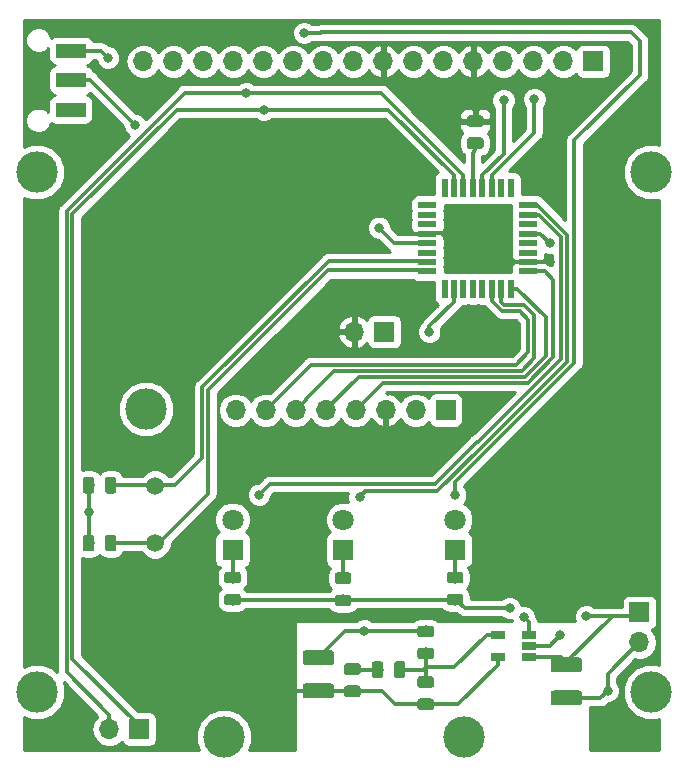
<source format=gbr>
G04 #@! TF.GenerationSoftware,KiCad,Pcbnew,(5.0.2)-1*
G04 #@! TF.CreationDate,2019-02-11T10:40:24+00:00*
G04 #@! TF.ProjectId,AircraftDataLogger,41697263-7261-4667-9444-6174614c6f67,rev?*
G04 #@! TF.SameCoordinates,Original*
G04 #@! TF.FileFunction,Copper,L1,Top*
G04 #@! TF.FilePolarity,Positive*
%FSLAX46Y46*%
G04 Gerber Fmt 4.6, Leading zero omitted, Abs format (unit mm)*
G04 Created by KiCad (PCBNEW (5.0.2)-1) date 11/02/2019 10:40:24*
%MOMM*%
%LPD*%
G01*
G04 APERTURE LIST*
G04 #@! TA.AperFunction,ComponentPad*
%ADD10C,3.500000*%
G04 #@! TD*
G04 #@! TA.AperFunction,Conductor*
%ADD11C,0.100000*%
G04 #@! TD*
G04 #@! TA.AperFunction,SMDPad,CuDef*
%ADD12C,0.975000*%
G04 #@! TD*
G04 #@! TA.AperFunction,ComponentPad*
%ADD13C,1.800000*%
G04 #@! TD*
G04 #@! TA.AperFunction,ComponentPad*
%ADD14R,1.800000X1.800000*%
G04 #@! TD*
G04 #@! TA.AperFunction,ComponentPad*
%ADD15R,1.700000X1.700000*%
G04 #@! TD*
G04 #@! TA.AperFunction,ComponentPad*
%ADD16O,1.700000X1.700000*%
G04 #@! TD*
G04 #@! TA.AperFunction,SMDPad,CuDef*
%ADD17R,1.220000X0.650000*%
G04 #@! TD*
G04 #@! TA.AperFunction,SMDPad,CuDef*
%ADD18R,1.600000X0.550000*%
G04 #@! TD*
G04 #@! TA.AperFunction,SMDPad,CuDef*
%ADD19R,0.550000X1.600000*%
G04 #@! TD*
G04 #@! TA.AperFunction,ComponentPad*
%ADD20C,1.500000*%
G04 #@! TD*
G04 #@! TA.AperFunction,SMDPad,CuDef*
%ADD21R,2.500000X1.250000*%
G04 #@! TD*
G04 #@! TA.AperFunction,SMDPad,CuDef*
%ADD22C,1.250000*%
G04 #@! TD*
G04 #@! TA.AperFunction,ViaPad*
%ADD23C,0.800000*%
G04 #@! TD*
G04 #@! TA.AperFunction,Conductor*
%ADD24C,0.300000*%
G04 #@! TD*
G04 #@! TA.AperFunction,Conductor*
%ADD25C,0.250000*%
G04 #@! TD*
G04 #@! TA.AperFunction,Conductor*
%ADD26C,0.254000*%
G04 #@! TD*
G04 APERTURE END LIST*
D10*
G04 #@! TO.P,TL,1*
G04 #@! TO.N,N/C*
X52200000Y-59000000D03*
G04 #@! TD*
G04 #@! TO.P,uSDR,1*
G04 #@! TO.N,N/C*
X88360000Y-106800000D03*
G04 #@! TD*
G04 #@! TO.P,uSDL,1*
G04 #@! TO.N,N/C*
X68040000Y-106800000D03*
G04 #@! TD*
G04 #@! TO.P,BL,1*
G04 #@! TO.N,N/C*
X104200000Y-103000000D03*
G04 #@! TD*
G04 #@! TO.P,TR,1*
G04 #@! TO.N,N/C*
X104200000Y-59000000D03*
G04 #@! TD*
G04 #@! TO.P,GPS,1*
G04 #@! TO.N,N/C*
X61400000Y-79060000D03*
G04 #@! TD*
D11*
G04 #@! TO.N,Net-(C1-Pad2)*
G04 #@! TO.C,C1*
G36*
X58705142Y-84801174D02*
X58728803Y-84804684D01*
X58752007Y-84810496D01*
X58774529Y-84818554D01*
X58796153Y-84828782D01*
X58816670Y-84841079D01*
X58835883Y-84855329D01*
X58853607Y-84871393D01*
X58869671Y-84889117D01*
X58883921Y-84908330D01*
X58896218Y-84928847D01*
X58906446Y-84950471D01*
X58914504Y-84972993D01*
X58920316Y-84996197D01*
X58923826Y-85019858D01*
X58925000Y-85043750D01*
X58925000Y-85956250D01*
X58923826Y-85980142D01*
X58920316Y-86003803D01*
X58914504Y-86027007D01*
X58906446Y-86049529D01*
X58896218Y-86071153D01*
X58883921Y-86091670D01*
X58869671Y-86110883D01*
X58853607Y-86128607D01*
X58835883Y-86144671D01*
X58816670Y-86158921D01*
X58796153Y-86171218D01*
X58774529Y-86181446D01*
X58752007Y-86189504D01*
X58728803Y-86195316D01*
X58705142Y-86198826D01*
X58681250Y-86200000D01*
X58193750Y-86200000D01*
X58169858Y-86198826D01*
X58146197Y-86195316D01*
X58122993Y-86189504D01*
X58100471Y-86181446D01*
X58078847Y-86171218D01*
X58058330Y-86158921D01*
X58039117Y-86144671D01*
X58021393Y-86128607D01*
X58005329Y-86110883D01*
X57991079Y-86091670D01*
X57978782Y-86071153D01*
X57968554Y-86049529D01*
X57960496Y-86027007D01*
X57954684Y-86003803D01*
X57951174Y-85980142D01*
X57950000Y-85956250D01*
X57950000Y-85043750D01*
X57951174Y-85019858D01*
X57954684Y-84996197D01*
X57960496Y-84972993D01*
X57968554Y-84950471D01*
X57978782Y-84928847D01*
X57991079Y-84908330D01*
X58005329Y-84889117D01*
X58021393Y-84871393D01*
X58039117Y-84855329D01*
X58058330Y-84841079D01*
X58078847Y-84828782D01*
X58100471Y-84818554D01*
X58122993Y-84810496D01*
X58146197Y-84804684D01*
X58169858Y-84801174D01*
X58193750Y-84800000D01*
X58681250Y-84800000D01*
X58705142Y-84801174D01*
X58705142Y-84801174D01*
G37*
D12*
G04 #@! TD*
G04 #@! TO.P,C1,2*
G04 #@! TO.N,Net-(C1-Pad2)*
X58437500Y-85500000D03*
D11*
G04 #@! TO.N,GND*
G04 #@! TO.C,C1*
G36*
X56830142Y-84801174D02*
X56853803Y-84804684D01*
X56877007Y-84810496D01*
X56899529Y-84818554D01*
X56921153Y-84828782D01*
X56941670Y-84841079D01*
X56960883Y-84855329D01*
X56978607Y-84871393D01*
X56994671Y-84889117D01*
X57008921Y-84908330D01*
X57021218Y-84928847D01*
X57031446Y-84950471D01*
X57039504Y-84972993D01*
X57045316Y-84996197D01*
X57048826Y-85019858D01*
X57050000Y-85043750D01*
X57050000Y-85956250D01*
X57048826Y-85980142D01*
X57045316Y-86003803D01*
X57039504Y-86027007D01*
X57031446Y-86049529D01*
X57021218Y-86071153D01*
X57008921Y-86091670D01*
X56994671Y-86110883D01*
X56978607Y-86128607D01*
X56960883Y-86144671D01*
X56941670Y-86158921D01*
X56921153Y-86171218D01*
X56899529Y-86181446D01*
X56877007Y-86189504D01*
X56853803Y-86195316D01*
X56830142Y-86198826D01*
X56806250Y-86200000D01*
X56318750Y-86200000D01*
X56294858Y-86198826D01*
X56271197Y-86195316D01*
X56247993Y-86189504D01*
X56225471Y-86181446D01*
X56203847Y-86171218D01*
X56183330Y-86158921D01*
X56164117Y-86144671D01*
X56146393Y-86128607D01*
X56130329Y-86110883D01*
X56116079Y-86091670D01*
X56103782Y-86071153D01*
X56093554Y-86049529D01*
X56085496Y-86027007D01*
X56079684Y-86003803D01*
X56076174Y-85980142D01*
X56075000Y-85956250D01*
X56075000Y-85043750D01*
X56076174Y-85019858D01*
X56079684Y-84996197D01*
X56085496Y-84972993D01*
X56093554Y-84950471D01*
X56103782Y-84928847D01*
X56116079Y-84908330D01*
X56130329Y-84889117D01*
X56146393Y-84871393D01*
X56164117Y-84855329D01*
X56183330Y-84841079D01*
X56203847Y-84828782D01*
X56225471Y-84818554D01*
X56247993Y-84810496D01*
X56271197Y-84804684D01*
X56294858Y-84801174D01*
X56318750Y-84800000D01*
X56806250Y-84800000D01*
X56830142Y-84801174D01*
X56830142Y-84801174D01*
G37*
D12*
G04 #@! TD*
G04 #@! TO.P,C1,1*
G04 #@! TO.N,GND*
X56562500Y-85500000D03*
D11*
G04 #@! TO.N,GND*
G04 #@! TO.C,C2*
G36*
X56830142Y-89701174D02*
X56853803Y-89704684D01*
X56877007Y-89710496D01*
X56899529Y-89718554D01*
X56921153Y-89728782D01*
X56941670Y-89741079D01*
X56960883Y-89755329D01*
X56978607Y-89771393D01*
X56994671Y-89789117D01*
X57008921Y-89808330D01*
X57021218Y-89828847D01*
X57031446Y-89850471D01*
X57039504Y-89872993D01*
X57045316Y-89896197D01*
X57048826Y-89919858D01*
X57050000Y-89943750D01*
X57050000Y-90856250D01*
X57048826Y-90880142D01*
X57045316Y-90903803D01*
X57039504Y-90927007D01*
X57031446Y-90949529D01*
X57021218Y-90971153D01*
X57008921Y-90991670D01*
X56994671Y-91010883D01*
X56978607Y-91028607D01*
X56960883Y-91044671D01*
X56941670Y-91058921D01*
X56921153Y-91071218D01*
X56899529Y-91081446D01*
X56877007Y-91089504D01*
X56853803Y-91095316D01*
X56830142Y-91098826D01*
X56806250Y-91100000D01*
X56318750Y-91100000D01*
X56294858Y-91098826D01*
X56271197Y-91095316D01*
X56247993Y-91089504D01*
X56225471Y-91081446D01*
X56203847Y-91071218D01*
X56183330Y-91058921D01*
X56164117Y-91044671D01*
X56146393Y-91028607D01*
X56130329Y-91010883D01*
X56116079Y-90991670D01*
X56103782Y-90971153D01*
X56093554Y-90949529D01*
X56085496Y-90927007D01*
X56079684Y-90903803D01*
X56076174Y-90880142D01*
X56075000Y-90856250D01*
X56075000Y-89943750D01*
X56076174Y-89919858D01*
X56079684Y-89896197D01*
X56085496Y-89872993D01*
X56093554Y-89850471D01*
X56103782Y-89828847D01*
X56116079Y-89808330D01*
X56130329Y-89789117D01*
X56146393Y-89771393D01*
X56164117Y-89755329D01*
X56183330Y-89741079D01*
X56203847Y-89728782D01*
X56225471Y-89718554D01*
X56247993Y-89710496D01*
X56271197Y-89704684D01*
X56294858Y-89701174D01*
X56318750Y-89700000D01*
X56806250Y-89700000D01*
X56830142Y-89701174D01*
X56830142Y-89701174D01*
G37*
D12*
G04 #@! TD*
G04 #@! TO.P,C2,1*
G04 #@! TO.N,GND*
X56562500Y-90400000D03*
D11*
G04 #@! TO.N,Net-(C2-Pad2)*
G04 #@! TO.C,C2*
G36*
X58705142Y-89701174D02*
X58728803Y-89704684D01*
X58752007Y-89710496D01*
X58774529Y-89718554D01*
X58796153Y-89728782D01*
X58816670Y-89741079D01*
X58835883Y-89755329D01*
X58853607Y-89771393D01*
X58869671Y-89789117D01*
X58883921Y-89808330D01*
X58896218Y-89828847D01*
X58906446Y-89850471D01*
X58914504Y-89872993D01*
X58920316Y-89896197D01*
X58923826Y-89919858D01*
X58925000Y-89943750D01*
X58925000Y-90856250D01*
X58923826Y-90880142D01*
X58920316Y-90903803D01*
X58914504Y-90927007D01*
X58906446Y-90949529D01*
X58896218Y-90971153D01*
X58883921Y-90991670D01*
X58869671Y-91010883D01*
X58853607Y-91028607D01*
X58835883Y-91044671D01*
X58816670Y-91058921D01*
X58796153Y-91071218D01*
X58774529Y-91081446D01*
X58752007Y-91089504D01*
X58728803Y-91095316D01*
X58705142Y-91098826D01*
X58681250Y-91100000D01*
X58193750Y-91100000D01*
X58169858Y-91098826D01*
X58146197Y-91095316D01*
X58122993Y-91089504D01*
X58100471Y-91081446D01*
X58078847Y-91071218D01*
X58058330Y-91058921D01*
X58039117Y-91044671D01*
X58021393Y-91028607D01*
X58005329Y-91010883D01*
X57991079Y-90991670D01*
X57978782Y-90971153D01*
X57968554Y-90949529D01*
X57960496Y-90927007D01*
X57954684Y-90903803D01*
X57951174Y-90880142D01*
X57950000Y-90856250D01*
X57950000Y-89943750D01*
X57951174Y-89919858D01*
X57954684Y-89896197D01*
X57960496Y-89872993D01*
X57968554Y-89850471D01*
X57978782Y-89828847D01*
X57991079Y-89808330D01*
X58005329Y-89789117D01*
X58021393Y-89771393D01*
X58039117Y-89755329D01*
X58058330Y-89741079D01*
X58078847Y-89728782D01*
X58100471Y-89718554D01*
X58122993Y-89710496D01*
X58146197Y-89704684D01*
X58169858Y-89701174D01*
X58193750Y-89700000D01*
X58681250Y-89700000D01*
X58705142Y-89701174D01*
X58705142Y-89701174D01*
G37*
D12*
G04 #@! TD*
G04 #@! TO.P,C2,2*
G04 #@! TO.N,Net-(C2-Pad2)*
X58437500Y-90400000D03*
D13*
G04 #@! TO.P,D1,2*
G04 #@! TO.N,FIX*
X87600000Y-88410000D03*
D14*
G04 #@! TO.P,D1,1*
G04 #@! TO.N,Net-(D1-Pad1)*
X87600000Y-90950000D03*
G04 #@! TD*
G04 #@! TO.P,D2,1*
G04 #@! TO.N,Net-(D2-Pad1)*
X68750000Y-90950000D03*
D13*
G04 #@! TO.P,D2,2*
G04 #@! TO.N,STABLE*
X68750000Y-88410000D03*
G04 #@! TD*
D14*
G04 #@! TO.P,D3,1*
G04 #@! TO.N,Net-(D3-Pad1)*
X78124000Y-90964600D03*
D13*
G04 #@! TO.P,D3,2*
G04 #@! TO.N,REC*
X78124000Y-88424600D03*
G04 #@! TD*
D15*
G04 #@! TO.P,J1,1*
G04 #@! TO.N,Net-(J1-Pad1)*
X86800000Y-79130000D03*
D16*
G04 #@! TO.P,J1,2*
G04 #@! TO.N,GND*
X84260000Y-79130000D03*
G04 #@! TO.P,J1,3*
G04 #@! TO.N,3V3*
X81720000Y-79130000D03*
G04 #@! TO.P,J1,4*
G04 #@! TO.N,SCK*
X79180000Y-79130000D03*
G04 #@! TO.P,J1,5*
G04 #@! TO.N,MISO*
X76640000Y-79130000D03*
G04 #@! TO.P,J1,6*
G04 #@! TO.N,MOSI*
X74100000Y-79130000D03*
G04 #@! TO.P,J1,7*
G04 #@! TO.N,CS*
X71560000Y-79130000D03*
G04 #@! TO.P,J1,8*
G04 #@! TO.N,Net-(J1-Pad8)*
X69020000Y-79130000D03*
G04 #@! TD*
D15*
G04 #@! TO.P,J3,1*
G04 #@! TO.N,TXD*
X60850000Y-106150000D03*
D16*
G04 #@! TO.P,J3,2*
G04 #@! TO.N,RXD*
X58310000Y-106150000D03*
G04 #@! TD*
D11*
G04 #@! TO.N,3V3*
G04 #@! TO.C,R1*
G36*
X89780142Y-54176174D02*
X89803803Y-54179684D01*
X89827007Y-54185496D01*
X89849529Y-54193554D01*
X89871153Y-54203782D01*
X89891670Y-54216079D01*
X89910883Y-54230329D01*
X89928607Y-54246393D01*
X89944671Y-54264117D01*
X89958921Y-54283330D01*
X89971218Y-54303847D01*
X89981446Y-54325471D01*
X89989504Y-54347993D01*
X89995316Y-54371197D01*
X89998826Y-54394858D01*
X90000000Y-54418750D01*
X90000000Y-54906250D01*
X89998826Y-54930142D01*
X89995316Y-54953803D01*
X89989504Y-54977007D01*
X89981446Y-54999529D01*
X89971218Y-55021153D01*
X89958921Y-55041670D01*
X89944671Y-55060883D01*
X89928607Y-55078607D01*
X89910883Y-55094671D01*
X89891670Y-55108921D01*
X89871153Y-55121218D01*
X89849529Y-55131446D01*
X89827007Y-55139504D01*
X89803803Y-55145316D01*
X89780142Y-55148826D01*
X89756250Y-55150000D01*
X88843750Y-55150000D01*
X88819858Y-55148826D01*
X88796197Y-55145316D01*
X88772993Y-55139504D01*
X88750471Y-55131446D01*
X88728847Y-55121218D01*
X88708330Y-55108921D01*
X88689117Y-55094671D01*
X88671393Y-55078607D01*
X88655329Y-55060883D01*
X88641079Y-55041670D01*
X88628782Y-55021153D01*
X88618554Y-54999529D01*
X88610496Y-54977007D01*
X88604684Y-54953803D01*
X88601174Y-54930142D01*
X88600000Y-54906250D01*
X88600000Y-54418750D01*
X88601174Y-54394858D01*
X88604684Y-54371197D01*
X88610496Y-54347993D01*
X88618554Y-54325471D01*
X88628782Y-54303847D01*
X88641079Y-54283330D01*
X88655329Y-54264117D01*
X88671393Y-54246393D01*
X88689117Y-54230329D01*
X88708330Y-54216079D01*
X88728847Y-54203782D01*
X88750471Y-54193554D01*
X88772993Y-54185496D01*
X88796197Y-54179684D01*
X88819858Y-54176174D01*
X88843750Y-54175000D01*
X89756250Y-54175000D01*
X89780142Y-54176174D01*
X89780142Y-54176174D01*
G37*
D12*
G04 #@! TD*
G04 #@! TO.P,R1,1*
G04 #@! TO.N,3V3*
X89300000Y-54662500D03*
D11*
G04 #@! TO.N,Net-(R1-Pad2)*
G04 #@! TO.C,R1*
G36*
X89780142Y-56051174D02*
X89803803Y-56054684D01*
X89827007Y-56060496D01*
X89849529Y-56068554D01*
X89871153Y-56078782D01*
X89891670Y-56091079D01*
X89910883Y-56105329D01*
X89928607Y-56121393D01*
X89944671Y-56139117D01*
X89958921Y-56158330D01*
X89971218Y-56178847D01*
X89981446Y-56200471D01*
X89989504Y-56222993D01*
X89995316Y-56246197D01*
X89998826Y-56269858D01*
X90000000Y-56293750D01*
X90000000Y-56781250D01*
X89998826Y-56805142D01*
X89995316Y-56828803D01*
X89989504Y-56852007D01*
X89981446Y-56874529D01*
X89971218Y-56896153D01*
X89958921Y-56916670D01*
X89944671Y-56935883D01*
X89928607Y-56953607D01*
X89910883Y-56969671D01*
X89891670Y-56983921D01*
X89871153Y-56996218D01*
X89849529Y-57006446D01*
X89827007Y-57014504D01*
X89803803Y-57020316D01*
X89780142Y-57023826D01*
X89756250Y-57025000D01*
X88843750Y-57025000D01*
X88819858Y-57023826D01*
X88796197Y-57020316D01*
X88772993Y-57014504D01*
X88750471Y-57006446D01*
X88728847Y-56996218D01*
X88708330Y-56983921D01*
X88689117Y-56969671D01*
X88671393Y-56953607D01*
X88655329Y-56935883D01*
X88641079Y-56916670D01*
X88628782Y-56896153D01*
X88618554Y-56874529D01*
X88610496Y-56852007D01*
X88604684Y-56828803D01*
X88601174Y-56805142D01*
X88600000Y-56781250D01*
X88600000Y-56293750D01*
X88601174Y-56269858D01*
X88604684Y-56246197D01*
X88610496Y-56222993D01*
X88618554Y-56200471D01*
X88628782Y-56178847D01*
X88641079Y-56158330D01*
X88655329Y-56139117D01*
X88671393Y-56121393D01*
X88689117Y-56105329D01*
X88708330Y-56091079D01*
X88728847Y-56078782D01*
X88750471Y-56068554D01*
X88772993Y-56060496D01*
X88796197Y-56054684D01*
X88819858Y-56051174D01*
X88843750Y-56050000D01*
X89756250Y-56050000D01*
X89780142Y-56051174D01*
X89780142Y-56051174D01*
G37*
D12*
G04 #@! TD*
G04 #@! TO.P,R1,2*
G04 #@! TO.N,Net-(R1-Pad2)*
X89300000Y-56537500D03*
D11*
G04 #@! TO.N,GND*
G04 #@! TO.C,R2*
G36*
X88080142Y-94701174D02*
X88103803Y-94704684D01*
X88127007Y-94710496D01*
X88149529Y-94718554D01*
X88171153Y-94728782D01*
X88191670Y-94741079D01*
X88210883Y-94755329D01*
X88228607Y-94771393D01*
X88244671Y-94789117D01*
X88258921Y-94808330D01*
X88271218Y-94828847D01*
X88281446Y-94850471D01*
X88289504Y-94872993D01*
X88295316Y-94896197D01*
X88298826Y-94919858D01*
X88300000Y-94943750D01*
X88300000Y-95431250D01*
X88298826Y-95455142D01*
X88295316Y-95478803D01*
X88289504Y-95502007D01*
X88281446Y-95524529D01*
X88271218Y-95546153D01*
X88258921Y-95566670D01*
X88244671Y-95585883D01*
X88228607Y-95603607D01*
X88210883Y-95619671D01*
X88191670Y-95633921D01*
X88171153Y-95646218D01*
X88149529Y-95656446D01*
X88127007Y-95664504D01*
X88103803Y-95670316D01*
X88080142Y-95673826D01*
X88056250Y-95675000D01*
X87143750Y-95675000D01*
X87119858Y-95673826D01*
X87096197Y-95670316D01*
X87072993Y-95664504D01*
X87050471Y-95656446D01*
X87028847Y-95646218D01*
X87008330Y-95633921D01*
X86989117Y-95619671D01*
X86971393Y-95603607D01*
X86955329Y-95585883D01*
X86941079Y-95566670D01*
X86928782Y-95546153D01*
X86918554Y-95524529D01*
X86910496Y-95502007D01*
X86904684Y-95478803D01*
X86901174Y-95455142D01*
X86900000Y-95431250D01*
X86900000Y-94943750D01*
X86901174Y-94919858D01*
X86904684Y-94896197D01*
X86910496Y-94872993D01*
X86918554Y-94850471D01*
X86928782Y-94828847D01*
X86941079Y-94808330D01*
X86955329Y-94789117D01*
X86971393Y-94771393D01*
X86989117Y-94755329D01*
X87008330Y-94741079D01*
X87028847Y-94728782D01*
X87050471Y-94718554D01*
X87072993Y-94710496D01*
X87096197Y-94704684D01*
X87119858Y-94701174D01*
X87143750Y-94700000D01*
X88056250Y-94700000D01*
X88080142Y-94701174D01*
X88080142Y-94701174D01*
G37*
D12*
G04 #@! TD*
G04 #@! TO.P,R2,1*
G04 #@! TO.N,GND*
X87600000Y-95187500D03*
D11*
G04 #@! TO.N,Net-(D1-Pad1)*
G04 #@! TO.C,R2*
G36*
X88080142Y-92826174D02*
X88103803Y-92829684D01*
X88127007Y-92835496D01*
X88149529Y-92843554D01*
X88171153Y-92853782D01*
X88191670Y-92866079D01*
X88210883Y-92880329D01*
X88228607Y-92896393D01*
X88244671Y-92914117D01*
X88258921Y-92933330D01*
X88271218Y-92953847D01*
X88281446Y-92975471D01*
X88289504Y-92997993D01*
X88295316Y-93021197D01*
X88298826Y-93044858D01*
X88300000Y-93068750D01*
X88300000Y-93556250D01*
X88298826Y-93580142D01*
X88295316Y-93603803D01*
X88289504Y-93627007D01*
X88281446Y-93649529D01*
X88271218Y-93671153D01*
X88258921Y-93691670D01*
X88244671Y-93710883D01*
X88228607Y-93728607D01*
X88210883Y-93744671D01*
X88191670Y-93758921D01*
X88171153Y-93771218D01*
X88149529Y-93781446D01*
X88127007Y-93789504D01*
X88103803Y-93795316D01*
X88080142Y-93798826D01*
X88056250Y-93800000D01*
X87143750Y-93800000D01*
X87119858Y-93798826D01*
X87096197Y-93795316D01*
X87072993Y-93789504D01*
X87050471Y-93781446D01*
X87028847Y-93771218D01*
X87008330Y-93758921D01*
X86989117Y-93744671D01*
X86971393Y-93728607D01*
X86955329Y-93710883D01*
X86941079Y-93691670D01*
X86928782Y-93671153D01*
X86918554Y-93649529D01*
X86910496Y-93627007D01*
X86904684Y-93603803D01*
X86901174Y-93580142D01*
X86900000Y-93556250D01*
X86900000Y-93068750D01*
X86901174Y-93044858D01*
X86904684Y-93021197D01*
X86910496Y-92997993D01*
X86918554Y-92975471D01*
X86928782Y-92953847D01*
X86941079Y-92933330D01*
X86955329Y-92914117D01*
X86971393Y-92896393D01*
X86989117Y-92880329D01*
X87008330Y-92866079D01*
X87028847Y-92853782D01*
X87050471Y-92843554D01*
X87072993Y-92835496D01*
X87096197Y-92829684D01*
X87119858Y-92826174D01*
X87143750Y-92825000D01*
X88056250Y-92825000D01*
X88080142Y-92826174D01*
X88080142Y-92826174D01*
G37*
D12*
G04 #@! TD*
G04 #@! TO.P,R2,2*
G04 #@! TO.N,Net-(D1-Pad1)*
X87600000Y-93312500D03*
D11*
G04 #@! TO.N,Net-(D2-Pad1)*
G04 #@! TO.C,R3*
G36*
X69230142Y-92826174D02*
X69253803Y-92829684D01*
X69277007Y-92835496D01*
X69299529Y-92843554D01*
X69321153Y-92853782D01*
X69341670Y-92866079D01*
X69360883Y-92880329D01*
X69378607Y-92896393D01*
X69394671Y-92914117D01*
X69408921Y-92933330D01*
X69421218Y-92953847D01*
X69431446Y-92975471D01*
X69439504Y-92997993D01*
X69445316Y-93021197D01*
X69448826Y-93044858D01*
X69450000Y-93068750D01*
X69450000Y-93556250D01*
X69448826Y-93580142D01*
X69445316Y-93603803D01*
X69439504Y-93627007D01*
X69431446Y-93649529D01*
X69421218Y-93671153D01*
X69408921Y-93691670D01*
X69394671Y-93710883D01*
X69378607Y-93728607D01*
X69360883Y-93744671D01*
X69341670Y-93758921D01*
X69321153Y-93771218D01*
X69299529Y-93781446D01*
X69277007Y-93789504D01*
X69253803Y-93795316D01*
X69230142Y-93798826D01*
X69206250Y-93800000D01*
X68293750Y-93800000D01*
X68269858Y-93798826D01*
X68246197Y-93795316D01*
X68222993Y-93789504D01*
X68200471Y-93781446D01*
X68178847Y-93771218D01*
X68158330Y-93758921D01*
X68139117Y-93744671D01*
X68121393Y-93728607D01*
X68105329Y-93710883D01*
X68091079Y-93691670D01*
X68078782Y-93671153D01*
X68068554Y-93649529D01*
X68060496Y-93627007D01*
X68054684Y-93603803D01*
X68051174Y-93580142D01*
X68050000Y-93556250D01*
X68050000Y-93068750D01*
X68051174Y-93044858D01*
X68054684Y-93021197D01*
X68060496Y-92997993D01*
X68068554Y-92975471D01*
X68078782Y-92953847D01*
X68091079Y-92933330D01*
X68105329Y-92914117D01*
X68121393Y-92896393D01*
X68139117Y-92880329D01*
X68158330Y-92866079D01*
X68178847Y-92853782D01*
X68200471Y-92843554D01*
X68222993Y-92835496D01*
X68246197Y-92829684D01*
X68269858Y-92826174D01*
X68293750Y-92825000D01*
X69206250Y-92825000D01*
X69230142Y-92826174D01*
X69230142Y-92826174D01*
G37*
D12*
G04 #@! TD*
G04 #@! TO.P,R3,2*
G04 #@! TO.N,Net-(D2-Pad1)*
X68750000Y-93312500D03*
D11*
G04 #@! TO.N,GND*
G04 #@! TO.C,R3*
G36*
X69230142Y-94701174D02*
X69253803Y-94704684D01*
X69277007Y-94710496D01*
X69299529Y-94718554D01*
X69321153Y-94728782D01*
X69341670Y-94741079D01*
X69360883Y-94755329D01*
X69378607Y-94771393D01*
X69394671Y-94789117D01*
X69408921Y-94808330D01*
X69421218Y-94828847D01*
X69431446Y-94850471D01*
X69439504Y-94872993D01*
X69445316Y-94896197D01*
X69448826Y-94919858D01*
X69450000Y-94943750D01*
X69450000Y-95431250D01*
X69448826Y-95455142D01*
X69445316Y-95478803D01*
X69439504Y-95502007D01*
X69431446Y-95524529D01*
X69421218Y-95546153D01*
X69408921Y-95566670D01*
X69394671Y-95585883D01*
X69378607Y-95603607D01*
X69360883Y-95619671D01*
X69341670Y-95633921D01*
X69321153Y-95646218D01*
X69299529Y-95656446D01*
X69277007Y-95664504D01*
X69253803Y-95670316D01*
X69230142Y-95673826D01*
X69206250Y-95675000D01*
X68293750Y-95675000D01*
X68269858Y-95673826D01*
X68246197Y-95670316D01*
X68222993Y-95664504D01*
X68200471Y-95656446D01*
X68178847Y-95646218D01*
X68158330Y-95633921D01*
X68139117Y-95619671D01*
X68121393Y-95603607D01*
X68105329Y-95585883D01*
X68091079Y-95566670D01*
X68078782Y-95546153D01*
X68068554Y-95524529D01*
X68060496Y-95502007D01*
X68054684Y-95478803D01*
X68051174Y-95455142D01*
X68050000Y-95431250D01*
X68050000Y-94943750D01*
X68051174Y-94919858D01*
X68054684Y-94896197D01*
X68060496Y-94872993D01*
X68068554Y-94850471D01*
X68078782Y-94828847D01*
X68091079Y-94808330D01*
X68105329Y-94789117D01*
X68121393Y-94771393D01*
X68139117Y-94755329D01*
X68158330Y-94741079D01*
X68178847Y-94728782D01*
X68200471Y-94718554D01*
X68222993Y-94710496D01*
X68246197Y-94704684D01*
X68269858Y-94701174D01*
X68293750Y-94700000D01*
X69206250Y-94700000D01*
X69230142Y-94701174D01*
X69230142Y-94701174D01*
G37*
D12*
G04 #@! TD*
G04 #@! TO.P,R3,1*
G04 #@! TO.N,GND*
X68750000Y-95187500D03*
D11*
G04 #@! TO.N,GND*
G04 #@! TO.C,R4*
G36*
X78580142Y-94751174D02*
X78603803Y-94754684D01*
X78627007Y-94760496D01*
X78649529Y-94768554D01*
X78671153Y-94778782D01*
X78691670Y-94791079D01*
X78710883Y-94805329D01*
X78728607Y-94821393D01*
X78744671Y-94839117D01*
X78758921Y-94858330D01*
X78771218Y-94878847D01*
X78781446Y-94900471D01*
X78789504Y-94922993D01*
X78795316Y-94946197D01*
X78798826Y-94969858D01*
X78800000Y-94993750D01*
X78800000Y-95481250D01*
X78798826Y-95505142D01*
X78795316Y-95528803D01*
X78789504Y-95552007D01*
X78781446Y-95574529D01*
X78771218Y-95596153D01*
X78758921Y-95616670D01*
X78744671Y-95635883D01*
X78728607Y-95653607D01*
X78710883Y-95669671D01*
X78691670Y-95683921D01*
X78671153Y-95696218D01*
X78649529Y-95706446D01*
X78627007Y-95714504D01*
X78603803Y-95720316D01*
X78580142Y-95723826D01*
X78556250Y-95725000D01*
X77643750Y-95725000D01*
X77619858Y-95723826D01*
X77596197Y-95720316D01*
X77572993Y-95714504D01*
X77550471Y-95706446D01*
X77528847Y-95696218D01*
X77508330Y-95683921D01*
X77489117Y-95669671D01*
X77471393Y-95653607D01*
X77455329Y-95635883D01*
X77441079Y-95616670D01*
X77428782Y-95596153D01*
X77418554Y-95574529D01*
X77410496Y-95552007D01*
X77404684Y-95528803D01*
X77401174Y-95505142D01*
X77400000Y-95481250D01*
X77400000Y-94993750D01*
X77401174Y-94969858D01*
X77404684Y-94946197D01*
X77410496Y-94922993D01*
X77418554Y-94900471D01*
X77428782Y-94878847D01*
X77441079Y-94858330D01*
X77455329Y-94839117D01*
X77471393Y-94821393D01*
X77489117Y-94805329D01*
X77508330Y-94791079D01*
X77528847Y-94778782D01*
X77550471Y-94768554D01*
X77572993Y-94760496D01*
X77596197Y-94754684D01*
X77619858Y-94751174D01*
X77643750Y-94750000D01*
X78556250Y-94750000D01*
X78580142Y-94751174D01*
X78580142Y-94751174D01*
G37*
D12*
G04 #@! TD*
G04 #@! TO.P,R4,1*
G04 #@! TO.N,GND*
X78100000Y-95237500D03*
D11*
G04 #@! TO.N,Net-(D3-Pad1)*
G04 #@! TO.C,R4*
G36*
X78580142Y-92876174D02*
X78603803Y-92879684D01*
X78627007Y-92885496D01*
X78649529Y-92893554D01*
X78671153Y-92903782D01*
X78691670Y-92916079D01*
X78710883Y-92930329D01*
X78728607Y-92946393D01*
X78744671Y-92964117D01*
X78758921Y-92983330D01*
X78771218Y-93003847D01*
X78781446Y-93025471D01*
X78789504Y-93047993D01*
X78795316Y-93071197D01*
X78798826Y-93094858D01*
X78800000Y-93118750D01*
X78800000Y-93606250D01*
X78798826Y-93630142D01*
X78795316Y-93653803D01*
X78789504Y-93677007D01*
X78781446Y-93699529D01*
X78771218Y-93721153D01*
X78758921Y-93741670D01*
X78744671Y-93760883D01*
X78728607Y-93778607D01*
X78710883Y-93794671D01*
X78691670Y-93808921D01*
X78671153Y-93821218D01*
X78649529Y-93831446D01*
X78627007Y-93839504D01*
X78603803Y-93845316D01*
X78580142Y-93848826D01*
X78556250Y-93850000D01*
X77643750Y-93850000D01*
X77619858Y-93848826D01*
X77596197Y-93845316D01*
X77572993Y-93839504D01*
X77550471Y-93831446D01*
X77528847Y-93821218D01*
X77508330Y-93808921D01*
X77489117Y-93794671D01*
X77471393Y-93778607D01*
X77455329Y-93760883D01*
X77441079Y-93741670D01*
X77428782Y-93721153D01*
X77418554Y-93699529D01*
X77410496Y-93677007D01*
X77404684Y-93653803D01*
X77401174Y-93630142D01*
X77400000Y-93606250D01*
X77400000Y-93118750D01*
X77401174Y-93094858D01*
X77404684Y-93071197D01*
X77410496Y-93047993D01*
X77418554Y-93025471D01*
X77428782Y-93003847D01*
X77441079Y-92983330D01*
X77455329Y-92964117D01*
X77471393Y-92946393D01*
X77489117Y-92930329D01*
X77508330Y-92916079D01*
X77528847Y-92903782D01*
X77550471Y-92893554D01*
X77572993Y-92885496D01*
X77596197Y-92879684D01*
X77619858Y-92876174D01*
X77643750Y-92875000D01*
X78556250Y-92875000D01*
X78580142Y-92876174D01*
X78580142Y-92876174D01*
G37*
D12*
G04 #@! TD*
G04 #@! TO.P,R4,2*
G04 #@! TO.N,Net-(D3-Pad1)*
X78100000Y-93362500D03*
D17*
G04 #@! TO.P,U1,1*
G04 #@! TO.N,+9V*
X93814000Y-100050000D03*
G04 #@! TO.P,U1,2*
G04 #@! TO.N,GND*
X93814000Y-99100000D03*
G04 #@! TO.P,U1,3*
G04 #@! TO.N,+9V*
X93814000Y-98150000D03*
G04 #@! TO.P,U1,4*
G04 #@! TO.N,Net-(R5-Pad2)*
X91194000Y-98150000D03*
G04 #@! TO.P,U1,5*
G04 #@! TO.N,3V3*
X91194000Y-100050000D03*
G04 #@! TD*
D18*
G04 #@! TO.P,U4,1*
G04 #@! TO.N,Net-(U4-Pad1)*
X85250000Y-61800000D03*
G04 #@! TO.P,U4,2*
G04 #@! TO.N,Net-(U4-Pad2)*
X85250000Y-62600000D03*
G04 #@! TO.P,U4,3*
G04 #@! TO.N,Net-(U4-Pad3)*
X85250000Y-63400000D03*
G04 #@! TO.P,U4,4*
G04 #@! TO.N,3V3*
X85250000Y-64200000D03*
G04 #@! TO.P,U4,5*
G04 #@! TO.N,GND*
X85250000Y-65000000D03*
G04 #@! TO.P,U4,6*
G04 #@! TO.N,Net-(U4-Pad6)*
X85250000Y-65800000D03*
G04 #@! TO.P,U4,7*
G04 #@! TO.N,Net-(C1-Pad2)*
X85250000Y-66600000D03*
G04 #@! TO.P,U4,8*
G04 #@! TO.N,Net-(C2-Pad2)*
X85250000Y-67400000D03*
D19*
G04 #@! TO.P,U4,9*
G04 #@! TO.N,Net-(U4-Pad9)*
X86700000Y-68850000D03*
G04 #@! TO.P,U4,10*
G04 #@! TO.N,Net-(J4-Pad1)*
X87500000Y-68850000D03*
G04 #@! TO.P,U4,11*
G04 #@! TO.N,Net-(U4-Pad11)*
X88300000Y-68850000D03*
G04 #@! TO.P,U4,12*
G04 #@! TO.N,Net-(U4-Pad12)*
X89100000Y-68850000D03*
G04 #@! TO.P,U4,13*
G04 #@! TO.N,Net-(U4-Pad13)*
X89900000Y-68850000D03*
G04 #@! TO.P,U4,14*
G04 #@! TO.N,CS*
X90700000Y-68850000D03*
G04 #@! TO.P,U4,15*
G04 #@! TO.N,MOSI*
X91500000Y-68850000D03*
G04 #@! TO.P,U4,16*
G04 #@! TO.N,MISO*
X92300000Y-68850000D03*
D18*
G04 #@! TO.P,U4,17*
G04 #@! TO.N,SCK*
X93750000Y-67400000D03*
G04 #@! TO.P,U4,18*
G04 #@! TO.N,3V3*
X93750000Y-66600000D03*
G04 #@! TO.P,U4,19*
G04 #@! TO.N,Net-(U4-Pad19)*
X93750000Y-65800000D03*
G04 #@! TO.P,U4,20*
G04 #@! TO.N,Net-(U4-Pad20)*
X93750000Y-65000000D03*
G04 #@! TO.P,U4,21*
G04 #@! TO.N,GND*
X93750000Y-64200000D03*
G04 #@! TO.P,U4,22*
G04 #@! TO.N,Net-(U4-Pad22)*
X93750000Y-63400000D03*
G04 #@! TO.P,U4,23*
G04 #@! TO.N,STABLE*
X93750000Y-62600000D03*
G04 #@! TO.P,U4,24*
G04 #@! TO.N,REC*
X93750000Y-61800000D03*
D19*
G04 #@! TO.P,U4,25*
G04 #@! TO.N,Net-(U4-Pad25)*
X92300000Y-60350000D03*
G04 #@! TO.P,U4,26*
G04 #@! TO.N,Net-(U4-Pad26)*
X91500000Y-60350000D03*
G04 #@! TO.P,U4,27*
G04 #@! TO.N,SDA*
X90700000Y-60350000D03*
G04 #@! TO.P,U4,28*
G04 #@! TO.N,SCL*
X89900000Y-60350000D03*
G04 #@! TO.P,U4,29*
G04 #@! TO.N,Net-(R1-Pad2)*
X89100000Y-60350000D03*
G04 #@! TO.P,U4,30*
G04 #@! TO.N,RXD*
X88300000Y-60350000D03*
G04 #@! TO.P,U4,31*
G04 #@! TO.N,TXD*
X87500000Y-60350000D03*
G04 #@! TO.P,U4,32*
G04 #@! TO.N,Net-(U4-Pad32)*
X86700000Y-60350000D03*
G04 #@! TD*
D20*
G04 #@! TO.P,Y1,1*
G04 #@! TO.N,Net-(C2-Pad2)*
X62200000Y-90400000D03*
G04 #@! TO.P,Y1,2*
G04 #@! TO.N,Net-(C1-Pad2)*
X62200000Y-85520000D03*
G04 #@! TD*
D10*
G04 #@! TO.P,BL,1*
G04 #@! TO.N,N/C*
X52200000Y-103000000D03*
G04 #@! TD*
D15*
G04 #@! TO.P,J2,1*
G04 #@! TO.N,Net-(J2-Pad1)*
X99300000Y-49600000D03*
D16*
G04 #@! TO.P,J2,2*
G04 #@! TO.N,Net-(J2-Pad2)*
X96760000Y-49600000D03*
G04 #@! TO.P,J2,3*
G04 #@! TO.N,SDA*
X94220000Y-49600000D03*
G04 #@! TO.P,J2,4*
G04 #@! TO.N,SCL*
X91680000Y-49600000D03*
G04 #@! TO.P,J2,5*
G04 #@! TO.N,3V3*
X89140000Y-49600000D03*
G04 #@! TO.P,J2,6*
G04 #@! TO.N,GND*
X86600000Y-49600000D03*
G04 #@! TO.P,J2,7*
G04 #@! TO.N,Net-(J2-Pad7)*
X84060000Y-49600000D03*
G04 #@! TO.P,J2,8*
G04 #@! TO.N,3V3*
X81520000Y-49600000D03*
G04 #@! TO.P,J2,9*
G04 #@! TO.N,Net-(J2-Pad9)*
X78980000Y-49600000D03*
G04 #@! TO.P,J2,10*
G04 #@! TO.N,Net-(J2-Pad10)*
X76440000Y-49600000D03*
G04 #@! TO.P,J2,11*
G04 #@! TO.N,FIX*
X73900000Y-49600000D03*
G04 #@! TO.P,J2,12*
G04 #@! TO.N,TXD*
X71360000Y-49600000D03*
G04 #@! TO.P,J2,13*
G04 #@! TO.N,RXD*
X68820000Y-49600000D03*
G04 #@! TO.P,J2,14*
G04 #@! TO.N,Net-(J2-Pad14)*
X66280000Y-49600000D03*
G04 #@! TO.P,J2,15*
G04 #@! TO.N,Net-(J2-Pad15)*
X63740000Y-49600000D03*
G04 #@! TO.P,J2,16*
G04 #@! TO.N,Net-(J2-Pad16)*
X61200000Y-49600000D03*
G04 #@! TD*
G04 #@! TO.P,J4,2*
G04 #@! TO.N,3V3*
X79060000Y-72500000D03*
D15*
G04 #@! TO.P,J4,1*
G04 #@! TO.N,Net-(J4-Pad1)*
X81600000Y-72500000D03*
G04 #@! TD*
D11*
G04 #@! TO.N,Net-(R5-Pad2)*
G04 #@! TO.C,R5*
G36*
X85580142Y-101676174D02*
X85603803Y-101679684D01*
X85627007Y-101685496D01*
X85649529Y-101693554D01*
X85671153Y-101703782D01*
X85691670Y-101716079D01*
X85710883Y-101730329D01*
X85728607Y-101746393D01*
X85744671Y-101764117D01*
X85758921Y-101783330D01*
X85771218Y-101803847D01*
X85781446Y-101825471D01*
X85789504Y-101847993D01*
X85795316Y-101871197D01*
X85798826Y-101894858D01*
X85800000Y-101918750D01*
X85800000Y-102406250D01*
X85798826Y-102430142D01*
X85795316Y-102453803D01*
X85789504Y-102477007D01*
X85781446Y-102499529D01*
X85771218Y-102521153D01*
X85758921Y-102541670D01*
X85744671Y-102560883D01*
X85728607Y-102578607D01*
X85710883Y-102594671D01*
X85691670Y-102608921D01*
X85671153Y-102621218D01*
X85649529Y-102631446D01*
X85627007Y-102639504D01*
X85603803Y-102645316D01*
X85580142Y-102648826D01*
X85556250Y-102650000D01*
X84643750Y-102650000D01*
X84619858Y-102648826D01*
X84596197Y-102645316D01*
X84572993Y-102639504D01*
X84550471Y-102631446D01*
X84528847Y-102621218D01*
X84508330Y-102608921D01*
X84489117Y-102594671D01*
X84471393Y-102578607D01*
X84455329Y-102560883D01*
X84441079Y-102541670D01*
X84428782Y-102521153D01*
X84418554Y-102499529D01*
X84410496Y-102477007D01*
X84404684Y-102453803D01*
X84401174Y-102430142D01*
X84400000Y-102406250D01*
X84400000Y-101918750D01*
X84401174Y-101894858D01*
X84404684Y-101871197D01*
X84410496Y-101847993D01*
X84418554Y-101825471D01*
X84428782Y-101803847D01*
X84441079Y-101783330D01*
X84455329Y-101764117D01*
X84471393Y-101746393D01*
X84489117Y-101730329D01*
X84508330Y-101716079D01*
X84528847Y-101703782D01*
X84550471Y-101693554D01*
X84572993Y-101685496D01*
X84596197Y-101679684D01*
X84619858Y-101676174D01*
X84643750Y-101675000D01*
X85556250Y-101675000D01*
X85580142Y-101676174D01*
X85580142Y-101676174D01*
G37*
D12*
G04 #@! TD*
G04 #@! TO.P,R5,2*
G04 #@! TO.N,Net-(R5-Pad2)*
X85100000Y-102162500D03*
D11*
G04 #@! TO.N,3V3*
G04 #@! TO.C,R5*
G36*
X85580142Y-103551174D02*
X85603803Y-103554684D01*
X85627007Y-103560496D01*
X85649529Y-103568554D01*
X85671153Y-103578782D01*
X85691670Y-103591079D01*
X85710883Y-103605329D01*
X85728607Y-103621393D01*
X85744671Y-103639117D01*
X85758921Y-103658330D01*
X85771218Y-103678847D01*
X85781446Y-103700471D01*
X85789504Y-103722993D01*
X85795316Y-103746197D01*
X85798826Y-103769858D01*
X85800000Y-103793750D01*
X85800000Y-104281250D01*
X85798826Y-104305142D01*
X85795316Y-104328803D01*
X85789504Y-104352007D01*
X85781446Y-104374529D01*
X85771218Y-104396153D01*
X85758921Y-104416670D01*
X85744671Y-104435883D01*
X85728607Y-104453607D01*
X85710883Y-104469671D01*
X85691670Y-104483921D01*
X85671153Y-104496218D01*
X85649529Y-104506446D01*
X85627007Y-104514504D01*
X85603803Y-104520316D01*
X85580142Y-104523826D01*
X85556250Y-104525000D01*
X84643750Y-104525000D01*
X84619858Y-104523826D01*
X84596197Y-104520316D01*
X84572993Y-104514504D01*
X84550471Y-104506446D01*
X84528847Y-104496218D01*
X84508330Y-104483921D01*
X84489117Y-104469671D01*
X84471393Y-104453607D01*
X84455329Y-104435883D01*
X84441079Y-104416670D01*
X84428782Y-104396153D01*
X84418554Y-104374529D01*
X84410496Y-104352007D01*
X84404684Y-104328803D01*
X84401174Y-104305142D01*
X84400000Y-104281250D01*
X84400000Y-103793750D01*
X84401174Y-103769858D01*
X84404684Y-103746197D01*
X84410496Y-103722993D01*
X84418554Y-103700471D01*
X84428782Y-103678847D01*
X84441079Y-103658330D01*
X84455329Y-103639117D01*
X84471393Y-103621393D01*
X84489117Y-103605329D01*
X84508330Y-103591079D01*
X84528847Y-103578782D01*
X84550471Y-103568554D01*
X84572993Y-103560496D01*
X84596197Y-103554684D01*
X84619858Y-103551174D01*
X84643750Y-103550000D01*
X85556250Y-103550000D01*
X85580142Y-103551174D01*
X85580142Y-103551174D01*
G37*
D12*
G04 #@! TD*
G04 #@! TO.P,R5,1*
G04 #@! TO.N,3V3*
X85100000Y-104037500D03*
D11*
G04 #@! TO.N,Net-(R5-Pad2)*
G04 #@! TO.C,R6*
G36*
X85580142Y-99251174D02*
X85603803Y-99254684D01*
X85627007Y-99260496D01*
X85649529Y-99268554D01*
X85671153Y-99278782D01*
X85691670Y-99291079D01*
X85710883Y-99305329D01*
X85728607Y-99321393D01*
X85744671Y-99339117D01*
X85758921Y-99358330D01*
X85771218Y-99378847D01*
X85781446Y-99400471D01*
X85789504Y-99422993D01*
X85795316Y-99446197D01*
X85798826Y-99469858D01*
X85800000Y-99493750D01*
X85800000Y-99981250D01*
X85798826Y-100005142D01*
X85795316Y-100028803D01*
X85789504Y-100052007D01*
X85781446Y-100074529D01*
X85771218Y-100096153D01*
X85758921Y-100116670D01*
X85744671Y-100135883D01*
X85728607Y-100153607D01*
X85710883Y-100169671D01*
X85691670Y-100183921D01*
X85671153Y-100196218D01*
X85649529Y-100206446D01*
X85627007Y-100214504D01*
X85603803Y-100220316D01*
X85580142Y-100223826D01*
X85556250Y-100225000D01*
X84643750Y-100225000D01*
X84619858Y-100223826D01*
X84596197Y-100220316D01*
X84572993Y-100214504D01*
X84550471Y-100206446D01*
X84528847Y-100196218D01*
X84508330Y-100183921D01*
X84489117Y-100169671D01*
X84471393Y-100153607D01*
X84455329Y-100135883D01*
X84441079Y-100116670D01*
X84428782Y-100096153D01*
X84418554Y-100074529D01*
X84410496Y-100052007D01*
X84404684Y-100028803D01*
X84401174Y-100005142D01*
X84400000Y-99981250D01*
X84400000Y-99493750D01*
X84401174Y-99469858D01*
X84404684Y-99446197D01*
X84410496Y-99422993D01*
X84418554Y-99400471D01*
X84428782Y-99378847D01*
X84441079Y-99358330D01*
X84455329Y-99339117D01*
X84471393Y-99321393D01*
X84489117Y-99305329D01*
X84508330Y-99291079D01*
X84528847Y-99278782D01*
X84550471Y-99268554D01*
X84572993Y-99260496D01*
X84596197Y-99254684D01*
X84619858Y-99251174D01*
X84643750Y-99250000D01*
X85556250Y-99250000D01*
X85580142Y-99251174D01*
X85580142Y-99251174D01*
G37*
D12*
G04 #@! TD*
G04 #@! TO.P,R6,1*
G04 #@! TO.N,Net-(R5-Pad2)*
X85100000Y-99737500D03*
D11*
G04 #@! TO.N,GND*
G04 #@! TO.C,R6*
G36*
X85580142Y-97376174D02*
X85603803Y-97379684D01*
X85627007Y-97385496D01*
X85649529Y-97393554D01*
X85671153Y-97403782D01*
X85691670Y-97416079D01*
X85710883Y-97430329D01*
X85728607Y-97446393D01*
X85744671Y-97464117D01*
X85758921Y-97483330D01*
X85771218Y-97503847D01*
X85781446Y-97525471D01*
X85789504Y-97547993D01*
X85795316Y-97571197D01*
X85798826Y-97594858D01*
X85800000Y-97618750D01*
X85800000Y-98106250D01*
X85798826Y-98130142D01*
X85795316Y-98153803D01*
X85789504Y-98177007D01*
X85781446Y-98199529D01*
X85771218Y-98221153D01*
X85758921Y-98241670D01*
X85744671Y-98260883D01*
X85728607Y-98278607D01*
X85710883Y-98294671D01*
X85691670Y-98308921D01*
X85671153Y-98321218D01*
X85649529Y-98331446D01*
X85627007Y-98339504D01*
X85603803Y-98345316D01*
X85580142Y-98348826D01*
X85556250Y-98350000D01*
X84643750Y-98350000D01*
X84619858Y-98348826D01*
X84596197Y-98345316D01*
X84572993Y-98339504D01*
X84550471Y-98331446D01*
X84528847Y-98321218D01*
X84508330Y-98308921D01*
X84489117Y-98294671D01*
X84471393Y-98278607D01*
X84455329Y-98260883D01*
X84441079Y-98241670D01*
X84428782Y-98221153D01*
X84418554Y-98199529D01*
X84410496Y-98177007D01*
X84404684Y-98153803D01*
X84401174Y-98130142D01*
X84400000Y-98106250D01*
X84400000Y-97618750D01*
X84401174Y-97594858D01*
X84404684Y-97571197D01*
X84410496Y-97547993D01*
X84418554Y-97525471D01*
X84428782Y-97503847D01*
X84441079Y-97483330D01*
X84455329Y-97464117D01*
X84471393Y-97446393D01*
X84489117Y-97430329D01*
X84508330Y-97416079D01*
X84528847Y-97403782D01*
X84550471Y-97393554D01*
X84572993Y-97385496D01*
X84596197Y-97379684D01*
X84619858Y-97376174D01*
X84643750Y-97375000D01*
X85556250Y-97375000D01*
X85580142Y-97376174D01*
X85580142Y-97376174D01*
G37*
D12*
G04 #@! TD*
G04 #@! TO.P,R6,2*
G04 #@! TO.N,GND*
X85100000Y-97862500D03*
D11*
G04 #@! TO.N,3V3*
G04 #@! TO.C,C5*
G36*
X79380142Y-102451174D02*
X79403803Y-102454684D01*
X79427007Y-102460496D01*
X79449529Y-102468554D01*
X79471153Y-102478782D01*
X79491670Y-102491079D01*
X79510883Y-102505329D01*
X79528607Y-102521393D01*
X79544671Y-102539117D01*
X79558921Y-102558330D01*
X79571218Y-102578847D01*
X79581446Y-102600471D01*
X79589504Y-102622993D01*
X79595316Y-102646197D01*
X79598826Y-102669858D01*
X79600000Y-102693750D01*
X79600000Y-103181250D01*
X79598826Y-103205142D01*
X79595316Y-103228803D01*
X79589504Y-103252007D01*
X79581446Y-103274529D01*
X79571218Y-103296153D01*
X79558921Y-103316670D01*
X79544671Y-103335883D01*
X79528607Y-103353607D01*
X79510883Y-103369671D01*
X79491670Y-103383921D01*
X79471153Y-103396218D01*
X79449529Y-103406446D01*
X79427007Y-103414504D01*
X79403803Y-103420316D01*
X79380142Y-103423826D01*
X79356250Y-103425000D01*
X78443750Y-103425000D01*
X78419858Y-103423826D01*
X78396197Y-103420316D01*
X78372993Y-103414504D01*
X78350471Y-103406446D01*
X78328847Y-103396218D01*
X78308330Y-103383921D01*
X78289117Y-103369671D01*
X78271393Y-103353607D01*
X78255329Y-103335883D01*
X78241079Y-103316670D01*
X78228782Y-103296153D01*
X78218554Y-103274529D01*
X78210496Y-103252007D01*
X78204684Y-103228803D01*
X78201174Y-103205142D01*
X78200000Y-103181250D01*
X78200000Y-102693750D01*
X78201174Y-102669858D01*
X78204684Y-102646197D01*
X78210496Y-102622993D01*
X78218554Y-102600471D01*
X78228782Y-102578847D01*
X78241079Y-102558330D01*
X78255329Y-102539117D01*
X78271393Y-102521393D01*
X78289117Y-102505329D01*
X78308330Y-102491079D01*
X78328847Y-102478782D01*
X78350471Y-102468554D01*
X78372993Y-102460496D01*
X78396197Y-102454684D01*
X78419858Y-102451174D01*
X78443750Y-102450000D01*
X79356250Y-102450000D01*
X79380142Y-102451174D01*
X79380142Y-102451174D01*
G37*
D12*
G04 #@! TD*
G04 #@! TO.P,C5,1*
G04 #@! TO.N,3V3*
X78900000Y-102937500D03*
D11*
G04 #@! TO.N,Net-(C5-Pad2)*
G04 #@! TO.C,C5*
G36*
X79380142Y-100576174D02*
X79403803Y-100579684D01*
X79427007Y-100585496D01*
X79449529Y-100593554D01*
X79471153Y-100603782D01*
X79491670Y-100616079D01*
X79510883Y-100630329D01*
X79528607Y-100646393D01*
X79544671Y-100664117D01*
X79558921Y-100683330D01*
X79571218Y-100703847D01*
X79581446Y-100725471D01*
X79589504Y-100747993D01*
X79595316Y-100771197D01*
X79598826Y-100794858D01*
X79600000Y-100818750D01*
X79600000Y-101306250D01*
X79598826Y-101330142D01*
X79595316Y-101353803D01*
X79589504Y-101377007D01*
X79581446Y-101399529D01*
X79571218Y-101421153D01*
X79558921Y-101441670D01*
X79544671Y-101460883D01*
X79528607Y-101478607D01*
X79510883Y-101494671D01*
X79491670Y-101508921D01*
X79471153Y-101521218D01*
X79449529Y-101531446D01*
X79427007Y-101539504D01*
X79403803Y-101545316D01*
X79380142Y-101548826D01*
X79356250Y-101550000D01*
X78443750Y-101550000D01*
X78419858Y-101548826D01*
X78396197Y-101545316D01*
X78372993Y-101539504D01*
X78350471Y-101531446D01*
X78328847Y-101521218D01*
X78308330Y-101508921D01*
X78289117Y-101494671D01*
X78271393Y-101478607D01*
X78255329Y-101460883D01*
X78241079Y-101441670D01*
X78228782Y-101421153D01*
X78218554Y-101399529D01*
X78210496Y-101377007D01*
X78204684Y-101353803D01*
X78201174Y-101330142D01*
X78200000Y-101306250D01*
X78200000Y-100818750D01*
X78201174Y-100794858D01*
X78204684Y-100771197D01*
X78210496Y-100747993D01*
X78218554Y-100725471D01*
X78228782Y-100703847D01*
X78241079Y-100683330D01*
X78255329Y-100664117D01*
X78271393Y-100646393D01*
X78289117Y-100630329D01*
X78308330Y-100616079D01*
X78328847Y-100603782D01*
X78350471Y-100593554D01*
X78372993Y-100585496D01*
X78396197Y-100579684D01*
X78419858Y-100576174D01*
X78443750Y-100575000D01*
X79356250Y-100575000D01*
X79380142Y-100576174D01*
X79380142Y-100576174D01*
G37*
D12*
G04 #@! TD*
G04 #@! TO.P,C5,2*
G04 #@! TO.N,Net-(C5-Pad2)*
X78900000Y-101062500D03*
D11*
G04 #@! TO.N,Net-(C5-Pad2)*
G04 #@! TO.C,R7*
G36*
X81292642Y-100401174D02*
X81316303Y-100404684D01*
X81339507Y-100410496D01*
X81362029Y-100418554D01*
X81383653Y-100428782D01*
X81404170Y-100441079D01*
X81423383Y-100455329D01*
X81441107Y-100471393D01*
X81457171Y-100489117D01*
X81471421Y-100508330D01*
X81483718Y-100528847D01*
X81493946Y-100550471D01*
X81502004Y-100572993D01*
X81507816Y-100596197D01*
X81511326Y-100619858D01*
X81512500Y-100643750D01*
X81512500Y-101556250D01*
X81511326Y-101580142D01*
X81507816Y-101603803D01*
X81502004Y-101627007D01*
X81493946Y-101649529D01*
X81483718Y-101671153D01*
X81471421Y-101691670D01*
X81457171Y-101710883D01*
X81441107Y-101728607D01*
X81423383Y-101744671D01*
X81404170Y-101758921D01*
X81383653Y-101771218D01*
X81362029Y-101781446D01*
X81339507Y-101789504D01*
X81316303Y-101795316D01*
X81292642Y-101798826D01*
X81268750Y-101800000D01*
X80781250Y-101800000D01*
X80757358Y-101798826D01*
X80733697Y-101795316D01*
X80710493Y-101789504D01*
X80687971Y-101781446D01*
X80666347Y-101771218D01*
X80645830Y-101758921D01*
X80626617Y-101744671D01*
X80608893Y-101728607D01*
X80592829Y-101710883D01*
X80578579Y-101691670D01*
X80566282Y-101671153D01*
X80556054Y-101649529D01*
X80547996Y-101627007D01*
X80542184Y-101603803D01*
X80538674Y-101580142D01*
X80537500Y-101556250D01*
X80537500Y-100643750D01*
X80538674Y-100619858D01*
X80542184Y-100596197D01*
X80547996Y-100572993D01*
X80556054Y-100550471D01*
X80566282Y-100528847D01*
X80578579Y-100508330D01*
X80592829Y-100489117D01*
X80608893Y-100471393D01*
X80626617Y-100455329D01*
X80645830Y-100441079D01*
X80666347Y-100428782D01*
X80687971Y-100418554D01*
X80710493Y-100410496D01*
X80733697Y-100404684D01*
X80757358Y-100401174D01*
X80781250Y-100400000D01*
X81268750Y-100400000D01*
X81292642Y-100401174D01*
X81292642Y-100401174D01*
G37*
D12*
G04 #@! TD*
G04 #@! TO.P,R7,1*
G04 #@! TO.N,Net-(C5-Pad2)*
X81025000Y-101100000D03*
D11*
G04 #@! TO.N,Net-(R5-Pad2)*
G04 #@! TO.C,R7*
G36*
X83167642Y-100401174D02*
X83191303Y-100404684D01*
X83214507Y-100410496D01*
X83237029Y-100418554D01*
X83258653Y-100428782D01*
X83279170Y-100441079D01*
X83298383Y-100455329D01*
X83316107Y-100471393D01*
X83332171Y-100489117D01*
X83346421Y-100508330D01*
X83358718Y-100528847D01*
X83368946Y-100550471D01*
X83377004Y-100572993D01*
X83382816Y-100596197D01*
X83386326Y-100619858D01*
X83387500Y-100643750D01*
X83387500Y-101556250D01*
X83386326Y-101580142D01*
X83382816Y-101603803D01*
X83377004Y-101627007D01*
X83368946Y-101649529D01*
X83358718Y-101671153D01*
X83346421Y-101691670D01*
X83332171Y-101710883D01*
X83316107Y-101728607D01*
X83298383Y-101744671D01*
X83279170Y-101758921D01*
X83258653Y-101771218D01*
X83237029Y-101781446D01*
X83214507Y-101789504D01*
X83191303Y-101795316D01*
X83167642Y-101798826D01*
X83143750Y-101800000D01*
X82656250Y-101800000D01*
X82632358Y-101798826D01*
X82608697Y-101795316D01*
X82585493Y-101789504D01*
X82562971Y-101781446D01*
X82541347Y-101771218D01*
X82520830Y-101758921D01*
X82501617Y-101744671D01*
X82483893Y-101728607D01*
X82467829Y-101710883D01*
X82453579Y-101691670D01*
X82441282Y-101671153D01*
X82431054Y-101649529D01*
X82422996Y-101627007D01*
X82417184Y-101603803D01*
X82413674Y-101580142D01*
X82412500Y-101556250D01*
X82412500Y-100643750D01*
X82413674Y-100619858D01*
X82417184Y-100596197D01*
X82422996Y-100572993D01*
X82431054Y-100550471D01*
X82441282Y-100528847D01*
X82453579Y-100508330D01*
X82467829Y-100489117D01*
X82483893Y-100471393D01*
X82501617Y-100455329D01*
X82520830Y-100441079D01*
X82541347Y-100428782D01*
X82562971Y-100418554D01*
X82585493Y-100410496D01*
X82608697Y-100404684D01*
X82632358Y-100401174D01*
X82656250Y-100400000D01*
X83143750Y-100400000D01*
X83167642Y-100401174D01*
X83167642Y-100401174D01*
G37*
D12*
G04 #@! TD*
G04 #@! TO.P,R7,2*
G04 #@! TO.N,Net-(R5-Pad2)*
X82900000Y-101100000D03*
D21*
G04 #@! TO.P,SW2,1*
G04 #@! TO.N,GND*
X55050000Y-48700000D03*
G04 #@! TO.P,SW2,2*
G04 #@! TO.N,Net-(J2-Pad9)*
X55050000Y-51200000D03*
G04 #@! TO.P,SW2,3*
G04 #@! TO.N,Net-(SW2-Pad3)*
X55050000Y-53700000D03*
G04 #@! TD*
D15*
G04 #@! TO.P,J5,1*
G04 #@! TO.N,+9V*
X103200000Y-96260000D03*
D16*
G04 #@! TO.P,J5,2*
G04 #@! TO.N,GND*
X103200000Y-98800000D03*
G04 #@! TD*
D11*
G04 #@! TO.N,GND*
G04 #@! TO.C,C3*
G36*
X98099504Y-102876204D02*
X98123773Y-102879804D01*
X98147571Y-102885765D01*
X98170671Y-102894030D01*
X98192849Y-102904520D01*
X98213893Y-102917133D01*
X98233598Y-102931747D01*
X98251777Y-102948223D01*
X98268253Y-102966402D01*
X98282867Y-102986107D01*
X98295480Y-103007151D01*
X98305970Y-103029329D01*
X98314235Y-103052429D01*
X98320196Y-103076227D01*
X98323796Y-103100496D01*
X98325000Y-103125000D01*
X98325000Y-103875000D01*
X98323796Y-103899504D01*
X98320196Y-103923773D01*
X98314235Y-103947571D01*
X98305970Y-103970671D01*
X98295480Y-103992849D01*
X98282867Y-104013893D01*
X98268253Y-104033598D01*
X98251777Y-104051777D01*
X98233598Y-104068253D01*
X98213893Y-104082867D01*
X98192849Y-104095480D01*
X98170671Y-104105970D01*
X98147571Y-104114235D01*
X98123773Y-104120196D01*
X98099504Y-104123796D01*
X98075000Y-104125000D01*
X95925000Y-104125000D01*
X95900496Y-104123796D01*
X95876227Y-104120196D01*
X95852429Y-104114235D01*
X95829329Y-104105970D01*
X95807151Y-104095480D01*
X95786107Y-104082867D01*
X95766402Y-104068253D01*
X95748223Y-104051777D01*
X95731747Y-104033598D01*
X95717133Y-104013893D01*
X95704520Y-103992849D01*
X95694030Y-103970671D01*
X95685765Y-103947571D01*
X95679804Y-103923773D01*
X95676204Y-103899504D01*
X95675000Y-103875000D01*
X95675000Y-103125000D01*
X95676204Y-103100496D01*
X95679804Y-103076227D01*
X95685765Y-103052429D01*
X95694030Y-103029329D01*
X95704520Y-103007151D01*
X95717133Y-102986107D01*
X95731747Y-102966402D01*
X95748223Y-102948223D01*
X95766402Y-102931747D01*
X95786107Y-102917133D01*
X95807151Y-102904520D01*
X95829329Y-102894030D01*
X95852429Y-102885765D01*
X95876227Y-102879804D01*
X95900496Y-102876204D01*
X95925000Y-102875000D01*
X98075000Y-102875000D01*
X98099504Y-102876204D01*
X98099504Y-102876204D01*
G37*
D22*
G04 #@! TD*
G04 #@! TO.P,C3,2*
G04 #@! TO.N,GND*
X97000000Y-103500000D03*
D11*
G04 #@! TO.N,+9V*
G04 #@! TO.C,C3*
G36*
X98099504Y-100076204D02*
X98123773Y-100079804D01*
X98147571Y-100085765D01*
X98170671Y-100094030D01*
X98192849Y-100104520D01*
X98213893Y-100117133D01*
X98233598Y-100131747D01*
X98251777Y-100148223D01*
X98268253Y-100166402D01*
X98282867Y-100186107D01*
X98295480Y-100207151D01*
X98305970Y-100229329D01*
X98314235Y-100252429D01*
X98320196Y-100276227D01*
X98323796Y-100300496D01*
X98325000Y-100325000D01*
X98325000Y-101075000D01*
X98323796Y-101099504D01*
X98320196Y-101123773D01*
X98314235Y-101147571D01*
X98305970Y-101170671D01*
X98295480Y-101192849D01*
X98282867Y-101213893D01*
X98268253Y-101233598D01*
X98251777Y-101251777D01*
X98233598Y-101268253D01*
X98213893Y-101282867D01*
X98192849Y-101295480D01*
X98170671Y-101305970D01*
X98147571Y-101314235D01*
X98123773Y-101320196D01*
X98099504Y-101323796D01*
X98075000Y-101325000D01*
X95925000Y-101325000D01*
X95900496Y-101323796D01*
X95876227Y-101320196D01*
X95852429Y-101314235D01*
X95829329Y-101305970D01*
X95807151Y-101295480D01*
X95786107Y-101282867D01*
X95766402Y-101268253D01*
X95748223Y-101251777D01*
X95731747Y-101233598D01*
X95717133Y-101213893D01*
X95704520Y-101192849D01*
X95694030Y-101170671D01*
X95685765Y-101147571D01*
X95679804Y-101123773D01*
X95676204Y-101099504D01*
X95675000Y-101075000D01*
X95675000Y-100325000D01*
X95676204Y-100300496D01*
X95679804Y-100276227D01*
X95685765Y-100252429D01*
X95694030Y-100229329D01*
X95704520Y-100207151D01*
X95717133Y-100186107D01*
X95731747Y-100166402D01*
X95748223Y-100148223D01*
X95766402Y-100131747D01*
X95786107Y-100117133D01*
X95807151Y-100104520D01*
X95829329Y-100094030D01*
X95852429Y-100085765D01*
X95876227Y-100079804D01*
X95900496Y-100076204D01*
X95925000Y-100075000D01*
X98075000Y-100075000D01*
X98099504Y-100076204D01*
X98099504Y-100076204D01*
G37*
D22*
G04 #@! TD*
G04 #@! TO.P,C3,1*
G04 #@! TO.N,+9V*
X97000000Y-100700000D03*
D11*
G04 #@! TO.N,3V3*
G04 #@! TO.C,C4*
G36*
X77099504Y-102276204D02*
X77123773Y-102279804D01*
X77147571Y-102285765D01*
X77170671Y-102294030D01*
X77192849Y-102304520D01*
X77213893Y-102317133D01*
X77233598Y-102331747D01*
X77251777Y-102348223D01*
X77268253Y-102366402D01*
X77282867Y-102386107D01*
X77295480Y-102407151D01*
X77305970Y-102429329D01*
X77314235Y-102452429D01*
X77320196Y-102476227D01*
X77323796Y-102500496D01*
X77325000Y-102525000D01*
X77325000Y-103275000D01*
X77323796Y-103299504D01*
X77320196Y-103323773D01*
X77314235Y-103347571D01*
X77305970Y-103370671D01*
X77295480Y-103392849D01*
X77282867Y-103413893D01*
X77268253Y-103433598D01*
X77251777Y-103451777D01*
X77233598Y-103468253D01*
X77213893Y-103482867D01*
X77192849Y-103495480D01*
X77170671Y-103505970D01*
X77147571Y-103514235D01*
X77123773Y-103520196D01*
X77099504Y-103523796D01*
X77075000Y-103525000D01*
X74925000Y-103525000D01*
X74900496Y-103523796D01*
X74876227Y-103520196D01*
X74852429Y-103514235D01*
X74829329Y-103505970D01*
X74807151Y-103495480D01*
X74786107Y-103482867D01*
X74766402Y-103468253D01*
X74748223Y-103451777D01*
X74731747Y-103433598D01*
X74717133Y-103413893D01*
X74704520Y-103392849D01*
X74694030Y-103370671D01*
X74685765Y-103347571D01*
X74679804Y-103323773D01*
X74676204Y-103299504D01*
X74675000Y-103275000D01*
X74675000Y-102525000D01*
X74676204Y-102500496D01*
X74679804Y-102476227D01*
X74685765Y-102452429D01*
X74694030Y-102429329D01*
X74704520Y-102407151D01*
X74717133Y-102386107D01*
X74731747Y-102366402D01*
X74748223Y-102348223D01*
X74766402Y-102331747D01*
X74786107Y-102317133D01*
X74807151Y-102304520D01*
X74829329Y-102294030D01*
X74852429Y-102285765D01*
X74876227Y-102279804D01*
X74900496Y-102276204D01*
X74925000Y-102275000D01*
X77075000Y-102275000D01*
X77099504Y-102276204D01*
X77099504Y-102276204D01*
G37*
D22*
G04 #@! TD*
G04 #@! TO.P,C4,1*
G04 #@! TO.N,3V3*
X76000000Y-102900000D03*
D11*
G04 #@! TO.N,GND*
G04 #@! TO.C,C4*
G36*
X77099504Y-99476204D02*
X77123773Y-99479804D01*
X77147571Y-99485765D01*
X77170671Y-99494030D01*
X77192849Y-99504520D01*
X77213893Y-99517133D01*
X77233598Y-99531747D01*
X77251777Y-99548223D01*
X77268253Y-99566402D01*
X77282867Y-99586107D01*
X77295480Y-99607151D01*
X77305970Y-99629329D01*
X77314235Y-99652429D01*
X77320196Y-99676227D01*
X77323796Y-99700496D01*
X77325000Y-99725000D01*
X77325000Y-100475000D01*
X77323796Y-100499504D01*
X77320196Y-100523773D01*
X77314235Y-100547571D01*
X77305970Y-100570671D01*
X77295480Y-100592849D01*
X77282867Y-100613893D01*
X77268253Y-100633598D01*
X77251777Y-100651777D01*
X77233598Y-100668253D01*
X77213893Y-100682867D01*
X77192849Y-100695480D01*
X77170671Y-100705970D01*
X77147571Y-100714235D01*
X77123773Y-100720196D01*
X77099504Y-100723796D01*
X77075000Y-100725000D01*
X74925000Y-100725000D01*
X74900496Y-100723796D01*
X74876227Y-100720196D01*
X74852429Y-100714235D01*
X74829329Y-100705970D01*
X74807151Y-100695480D01*
X74786107Y-100682867D01*
X74766402Y-100668253D01*
X74748223Y-100651777D01*
X74731747Y-100633598D01*
X74717133Y-100613893D01*
X74704520Y-100592849D01*
X74694030Y-100570671D01*
X74685765Y-100547571D01*
X74679804Y-100523773D01*
X74676204Y-100499504D01*
X74675000Y-100475000D01*
X74675000Y-99725000D01*
X74676204Y-99700496D01*
X74679804Y-99676227D01*
X74685765Y-99652429D01*
X74694030Y-99629329D01*
X74704520Y-99607151D01*
X74717133Y-99586107D01*
X74731747Y-99566402D01*
X74748223Y-99548223D01*
X74766402Y-99531747D01*
X74786107Y-99517133D01*
X74807151Y-99504520D01*
X74829329Y-99494030D01*
X74852429Y-99485765D01*
X74876227Y-99479804D01*
X74900496Y-99476204D01*
X74925000Y-99475000D01*
X77075000Y-99475000D01*
X77099504Y-99476204D01*
X77099504Y-99476204D01*
G37*
D22*
G04 #@! TD*
G04 #@! TO.P,C4,2*
G04 #@! TO.N,GND*
X76000000Y-100100000D03*
D23*
G04 #@! TO.N,GND*
X92200000Y-95900000D03*
X56600000Y-87800000D03*
X95600000Y-65000000D03*
X81150000Y-63700000D03*
X79900000Y-97800000D03*
X58200000Y-49300000D03*
X100500000Y-102900000D03*
X96500000Y-98200000D03*
G04 #@! TO.N,3V3*
X82300000Y-62800000D03*
X95600000Y-66600000D03*
X80100000Y-69300000D03*
X72700000Y-103000000D03*
X89300000Y-52500000D03*
G04 #@! TO.N,FIX*
X74800000Y-47200000D03*
X87600000Y-86300000D03*
G04 #@! TO.N,STABLE*
X71000000Y-86300000D03*
G04 #@! TO.N,REC*
X79500000Y-86500000D03*
G04 #@! TO.N,RXD*
X69900000Y-52300000D03*
G04 #@! TO.N,TXD*
X71400000Y-53700000D03*
G04 #@! TO.N,SDA*
X94300000Y-52800000D03*
G04 #@! TO.N,SCL*
X91700000Y-52900000D03*
G04 #@! TO.N,+9V*
X93400000Y-96650000D03*
X98700000Y-96600000D03*
G04 #@! TO.N,Net-(J2-Pad9)*
X60500000Y-55000000D03*
G04 #@! TO.N,Net-(J4-Pad1)*
X85400000Y-72500000D03*
G04 #@! TD*
D24*
G04 #@! TO.N,*
X60449999Y-80270001D02*
X62229999Y-80270001D01*
G04 #@! TO.N,GND*
X56562500Y-85500000D02*
X56562500Y-87762500D01*
X56562500Y-87762500D02*
X56600000Y-87800000D01*
X56562500Y-87837500D02*
X56600000Y-87800000D01*
X56562500Y-90400000D02*
X56562500Y-87837500D01*
X92200000Y-95900000D02*
X90100000Y-95900000D01*
X69550000Y-95187500D02*
X69562500Y-95200000D01*
X68750000Y-95187500D02*
X69550000Y-95187500D01*
X69562500Y-95200000D02*
X87700000Y-95200000D01*
X88400000Y-95900000D02*
X90100000Y-95900000D01*
X87700000Y-95200000D02*
X88400000Y-95900000D01*
X93750000Y-64200000D02*
X94800000Y-64200000D01*
X94800000Y-64200000D02*
X95600000Y-65000000D01*
X85250000Y-65000000D02*
X82450000Y-65000000D01*
X82450000Y-65000000D02*
X81150000Y-63700000D01*
X79162500Y-97800000D02*
X79900000Y-97800000D01*
X79962500Y-97862500D02*
X79900000Y-97800000D01*
X85100000Y-97862500D02*
X79962500Y-97862500D01*
X55050000Y-48700000D02*
X57600000Y-48700000D01*
X57600000Y-48700000D02*
X58200000Y-49300000D01*
X100500000Y-101940000D02*
X100500000Y-102900000D01*
X100500000Y-101940000D02*
X100500000Y-101500000D01*
X100500000Y-101500000D02*
X103200000Y-98800000D01*
X78300000Y-97800000D02*
X79162500Y-97800000D01*
X76000000Y-100100000D02*
X78300000Y-97800000D01*
X99900000Y-103500000D02*
X100500000Y-102900000D01*
X97000000Y-103500000D02*
X99900000Y-103500000D01*
X93814000Y-99100000D02*
X95600000Y-99100000D01*
X95600000Y-99100000D02*
X96500000Y-98200000D01*
G04 #@! TO.N,Net-(C1-Pad2)*
X58437500Y-85500000D02*
X59025000Y-85500000D01*
X76892880Y-66500000D02*
X85200000Y-66500000D01*
X66199990Y-77192890D02*
X76892880Y-66500000D01*
X66199990Y-82780670D02*
X66199990Y-77192890D01*
X58437500Y-85500000D02*
X62200000Y-85500000D01*
X66199990Y-82780670D02*
X66199990Y-83200010D01*
X66199990Y-83200010D02*
X63900000Y-85500000D01*
X63900000Y-85500000D02*
X62300000Y-85500000D01*
G04 #@! TO.N,Net-(C2-Pad2)*
X76800000Y-67300000D02*
X85200000Y-67300000D01*
X66700000Y-77400000D02*
X76800000Y-67300000D01*
X66700000Y-86100000D02*
X66700000Y-77400000D01*
X58437500Y-90400000D02*
X59025000Y-90400000D01*
X59025000Y-90400000D02*
X62200000Y-90400000D01*
X66700000Y-86100000D02*
X66700000Y-86200000D01*
X66700000Y-86200000D02*
X62300000Y-90600000D01*
G04 #@! TO.N,3V3*
X89300000Y-54662500D02*
X89300000Y-54550000D01*
X89300000Y-54662500D02*
X89300000Y-52700000D01*
X91194000Y-100675000D02*
X87869000Y-104000000D01*
X91194000Y-100050000D02*
X91194000Y-100675000D01*
X87869000Y-104000000D02*
X85100000Y-104000000D01*
X79060000Y-72500000D02*
X79060000Y-70340000D01*
X79060000Y-70340000D02*
X80100000Y-69300000D01*
X93750000Y-66600000D02*
X95450000Y-66600000D01*
X85250000Y-64200000D02*
X82950000Y-64200000D01*
X82950000Y-64200000D02*
X82450000Y-63700000D01*
X85100000Y-104037500D02*
X82537500Y-104037500D01*
X82537500Y-104037500D02*
X81400000Y-102900000D01*
X81400000Y-102900000D02*
X78900000Y-102900000D01*
X92650000Y-66600000D02*
X90150000Y-64100000D01*
X93750000Y-66600000D02*
X92650000Y-66600000D01*
X90150000Y-64100000D02*
X85300000Y-64100000D01*
X82450000Y-63700000D02*
X82450000Y-62950000D01*
X82450000Y-62950000D02*
X82300000Y-62800000D01*
X95450000Y-66600000D02*
X95600000Y-66600000D01*
X89300000Y-52700000D02*
X89300000Y-52500000D01*
X78900000Y-102937500D02*
X75837500Y-102937500D01*
X75837500Y-102937500D02*
X75875000Y-102900000D01*
X72800000Y-102900000D02*
X72700000Y-103000000D01*
X76000000Y-102900000D02*
X72800000Y-102900000D01*
D25*
G04 #@! TO.N,FIX*
X74850000Y-47150000D02*
X74800000Y-47200000D01*
D24*
X76200000Y-47200000D02*
X74800000Y-47200000D01*
X76250000Y-47150000D02*
X76200000Y-47200000D01*
X102500000Y-47150000D02*
X76250000Y-47150000D01*
X87600000Y-86300000D02*
X87600000Y-85214240D01*
X97700000Y-75114240D02*
X97700000Y-56300000D01*
X97700000Y-56300000D02*
X103250000Y-50750000D01*
X87600000Y-85214240D02*
X97700000Y-75114240D01*
X103250000Y-50750000D02*
X103250000Y-47900000D01*
X103250000Y-47900000D02*
X102500000Y-47150000D01*
G04 #@! TO.N,STABLE*
X89550000Y-81850000D02*
X96550000Y-74850000D01*
X96550000Y-64494998D02*
X94705002Y-62650000D01*
X96550000Y-74850000D02*
X96550000Y-64494998D01*
X94705002Y-62650000D02*
X93800000Y-62650000D01*
X89549998Y-81850002D02*
X89449998Y-81850002D01*
X89550000Y-81850000D02*
X89549998Y-81850002D01*
X89449998Y-81850002D02*
X85900000Y-85400000D01*
X85900000Y-85400000D02*
X71900000Y-85400000D01*
X71900000Y-85400000D02*
X71000000Y-86300000D01*
G04 #@! TO.N,REC*
X97050010Y-64287888D02*
X94562122Y-61800000D01*
X97050010Y-75057110D02*
X97050010Y-64287888D01*
X89757110Y-82350010D02*
X97050010Y-75057110D01*
X94562122Y-61800000D02*
X93800000Y-61800000D01*
D25*
X89757110Y-82350010D02*
X89749990Y-82350010D01*
D24*
X89749990Y-82350010D02*
X86100000Y-86000000D01*
X86100000Y-86000000D02*
X80000000Y-86000000D01*
X80000000Y-86000000D02*
X79500000Y-86500000D01*
G04 #@! TO.N,RXD*
X68750000Y-49500000D02*
X68800000Y-49550000D01*
X81350000Y-52300000D02*
X69900000Y-52300000D01*
X88300000Y-60350000D02*
X88300000Y-59250000D01*
X88300000Y-59250000D02*
X81350000Y-52300000D01*
X58310000Y-104947919D02*
X54700000Y-101337919D01*
X58310000Y-106150000D02*
X58310000Y-104947919D01*
X54700000Y-101337919D02*
X54700000Y-62300000D01*
X64700000Y-52300000D02*
X69900000Y-52300000D01*
X54700000Y-62300000D02*
X64700000Y-52300000D01*
G04 #@! TO.N,TXD*
X81950000Y-53700000D02*
X71400000Y-53700000D01*
X87500000Y-60350000D02*
X87500000Y-59250000D01*
X87500000Y-59250000D02*
X81950000Y-53700000D01*
X71400000Y-53700000D02*
X64007120Y-53700000D01*
X64007120Y-53700000D02*
X55200010Y-62507110D01*
X55200010Y-62507110D02*
X55200010Y-100200010D01*
X55200010Y-100200010D02*
X61000000Y-106000000D01*
G04 #@! TO.N,CS*
X75390030Y-75299970D02*
X92750030Y-75299970D01*
X71560000Y-79130000D02*
X75390030Y-75299970D01*
X92750030Y-75299970D02*
X93800000Y-74250000D01*
X93800000Y-71500000D02*
X93050000Y-70750000D01*
X93800000Y-74250000D02*
X93800000Y-71500000D01*
X91592880Y-70750000D02*
X90750000Y-69907120D01*
X93050000Y-70750000D02*
X91592880Y-70750000D01*
X90750000Y-69907120D02*
X90750000Y-68950000D01*
G04 #@! TO.N,MOSI*
X91500000Y-69950000D02*
X91750000Y-70200000D01*
X91500000Y-68850000D02*
X91500000Y-69950000D01*
X91750000Y-70200000D02*
X93400000Y-70200000D01*
X93400000Y-70200000D02*
X94300000Y-71100000D01*
X94300000Y-71100000D02*
X94300000Y-74750000D01*
X93250020Y-75799980D02*
X77350020Y-75799980D01*
X94300000Y-74750000D02*
X93250020Y-75799980D01*
X74949999Y-78280001D02*
X74949999Y-78200001D01*
X74100000Y-79130000D02*
X74949999Y-78280001D01*
X74949999Y-78200001D02*
X77350020Y-75799980D01*
G04 #@! TO.N,MISO*
X92300000Y-68850000D02*
X92875000Y-68850000D01*
X92875000Y-68850000D02*
X95300000Y-71275000D01*
X93542890Y-76299990D02*
X79450010Y-76299990D01*
X95300000Y-74542880D02*
X93542890Y-76299990D01*
X95300000Y-71275000D02*
X95300000Y-74542880D01*
X79450010Y-76299990D02*
X76700000Y-79050000D01*
G04 #@! TO.N,SCK*
X79180000Y-79130000D02*
X81510000Y-76800000D01*
X81510000Y-76800000D02*
X93750000Y-76800000D01*
X93750000Y-76800000D02*
X95900000Y-74650000D01*
X95900000Y-74650000D02*
X95900000Y-68100000D01*
X95900000Y-68100000D02*
X95200000Y-67400000D01*
X95200000Y-67400000D02*
X94000000Y-67400000D01*
G04 #@! TO.N,SDA*
X90700000Y-59250000D02*
X94300000Y-55650000D01*
X90700000Y-60350000D02*
X90700000Y-59250000D01*
X94300000Y-49800000D02*
X94200000Y-49700000D01*
X94300000Y-55650000D02*
X94300000Y-52800000D01*
G04 #@! TO.N,SCL*
X89900000Y-59250000D02*
X91700000Y-57450000D01*
X89900000Y-60350000D02*
X89900000Y-59250000D01*
X91700000Y-57450000D02*
X91700000Y-52900000D01*
G04 #@! TO.N,Net-(D1-Pad1)*
X87550000Y-90950000D02*
X87550000Y-93369400D01*
G04 #@! TO.N,Net-(D2-Pad1)*
X68750000Y-92150000D02*
X68800000Y-92200000D01*
X68750000Y-90950000D02*
X68750000Y-92150000D01*
X68800000Y-92200000D02*
X68800000Y-93300000D01*
G04 #@! TO.N,Net-(D3-Pad1)*
X78124000Y-92164600D02*
X78100000Y-92188600D01*
X78124000Y-90964600D02*
X78124000Y-92164600D01*
X78100000Y-92188600D02*
X78100000Y-93300000D01*
G04 #@! TO.N,+9V*
X93814000Y-98150000D02*
X93814000Y-97064000D01*
X93814000Y-97064000D02*
X93400000Y-96650000D01*
X98700000Y-96600000D02*
X100800000Y-96600000D01*
X103000000Y-96800000D02*
X103100000Y-96700000D01*
X100800000Y-96600000D02*
X102900000Y-96600000D01*
X102900000Y-96600000D02*
X103200000Y-96300000D01*
X93814000Y-100050000D02*
X96550000Y-100050000D01*
X96550000Y-100050000D02*
X97000000Y-100500000D01*
X100800000Y-96700000D02*
X100800000Y-96600000D01*
X97000000Y-100500000D02*
X100800000Y-96700000D01*
G04 #@! TO.N,Net-(J2-Pad9)*
X55050000Y-51200000D02*
X56700000Y-51200000D01*
X56700000Y-51200000D02*
X60500000Y-55000000D01*
G04 #@! TO.N,Net-(J4-Pad1)*
X85400000Y-72050000D02*
X85400000Y-72500000D01*
X87500000Y-68850000D02*
X87500000Y-69950000D01*
X87500000Y-69950000D02*
X85400000Y-72050000D01*
G04 #@! TO.N,Net-(R1-Pad2)*
X89300000Y-57125000D02*
X89100000Y-57325000D01*
X89300000Y-56537500D02*
X89300000Y-57125000D01*
X89100000Y-59200000D02*
X89100000Y-58989338D01*
X89100000Y-59200000D02*
X89100000Y-60400000D01*
X89100000Y-57325000D02*
X89100000Y-59200000D01*
G04 #@! TO.N,Net-(R5-Pad2)*
X85100000Y-102162500D02*
X85100000Y-101575000D01*
X87534000Y-100900000D02*
X85100000Y-100900000D01*
X90284000Y-98150000D02*
X87534000Y-100900000D01*
X91194000Y-98150000D02*
X90284000Y-98150000D01*
X85100000Y-101575000D02*
X85100000Y-100900000D01*
X85100000Y-100900000D02*
X85100000Y-99800000D01*
X85100000Y-100900000D02*
X84900000Y-101100000D01*
X84900000Y-101100000D02*
X82900000Y-101100000D01*
G04 #@! TO.N,Net-(C5-Pad2)*
X81025000Y-101100000D02*
X78900000Y-101100000D01*
G04 #@! TD*
D26*
G04 #@! TO.N,3V3*
G36*
X83992191Y-68132809D02*
X84202235Y-68273157D01*
X84450000Y-68322440D01*
X85777560Y-68322440D01*
X85777560Y-69650000D01*
X85826843Y-69897765D01*
X85967191Y-70107809D01*
X86125952Y-70213890D01*
X84899592Y-71440251D01*
X84834047Y-71484047D01*
X84660546Y-71743709D01*
X84652592Y-71783697D01*
X84522569Y-71913720D01*
X84365000Y-72294126D01*
X84365000Y-72705874D01*
X84522569Y-73086280D01*
X84813720Y-73377431D01*
X85194126Y-73535000D01*
X85605874Y-73535000D01*
X85986280Y-73377431D01*
X86277431Y-73086280D01*
X86435000Y-72705874D01*
X86435000Y-72294126D01*
X86385510Y-72174647D01*
X88000411Y-70559747D01*
X88065953Y-70515953D01*
X88109747Y-70450411D01*
X88109749Y-70450409D01*
X88210502Y-70299621D01*
X88211960Y-70297440D01*
X88575000Y-70297440D01*
X88700000Y-70272576D01*
X88825000Y-70297440D01*
X89375000Y-70297440D01*
X89500000Y-70272576D01*
X89625000Y-70297440D01*
X90066693Y-70297440D01*
X90184047Y-70473073D01*
X90249592Y-70516869D01*
X90983133Y-71250411D01*
X91026927Y-71315953D01*
X91092469Y-71359747D01*
X91092471Y-71359749D01*
X91186660Y-71422684D01*
X91286588Y-71489454D01*
X91515564Y-71535000D01*
X91515568Y-71535000D01*
X91592879Y-71550378D01*
X91670190Y-71535000D01*
X92724843Y-71535000D01*
X93015001Y-71825159D01*
X93015000Y-73924842D01*
X92424873Y-74514970D01*
X75467340Y-74514970D01*
X75390029Y-74499592D01*
X75312718Y-74514970D01*
X75312714Y-74514970D01*
X75083738Y-74560516D01*
X75083736Y-74560517D01*
X75083737Y-74560517D01*
X74889621Y-74690221D01*
X74889619Y-74690223D01*
X74824077Y-74734017D01*
X74780283Y-74799559D01*
X71896918Y-77682925D01*
X71706256Y-77645000D01*
X71413744Y-77645000D01*
X70980582Y-77731161D01*
X70489375Y-78059375D01*
X70290000Y-78357761D01*
X70090625Y-78059375D01*
X69599418Y-77731161D01*
X69166256Y-77645000D01*
X68873744Y-77645000D01*
X68440582Y-77731161D01*
X67949375Y-78059375D01*
X67621161Y-78550582D01*
X67505908Y-79130000D01*
X67621161Y-79709418D01*
X67949375Y-80200625D01*
X68440582Y-80528839D01*
X68873744Y-80615000D01*
X69166256Y-80615000D01*
X69599418Y-80528839D01*
X70090625Y-80200625D01*
X70290000Y-79902239D01*
X70489375Y-80200625D01*
X70980582Y-80528839D01*
X71413744Y-80615000D01*
X71706256Y-80615000D01*
X72139418Y-80528839D01*
X72630625Y-80200625D01*
X72830000Y-79902239D01*
X73029375Y-80200625D01*
X73520582Y-80528839D01*
X73953744Y-80615000D01*
X74246256Y-80615000D01*
X74679418Y-80528839D01*
X75170625Y-80200625D01*
X75370000Y-79902239D01*
X75569375Y-80200625D01*
X76060582Y-80528839D01*
X76493744Y-80615000D01*
X76786256Y-80615000D01*
X77219418Y-80528839D01*
X77710625Y-80200625D01*
X77910000Y-79902239D01*
X78109375Y-80200625D01*
X78600582Y-80528839D01*
X79033744Y-80615000D01*
X79326256Y-80615000D01*
X79759418Y-80528839D01*
X80250625Y-80200625D01*
X80463843Y-79881522D01*
X80524817Y-80011358D01*
X80953076Y-80401645D01*
X81363110Y-80571476D01*
X81593000Y-80450155D01*
X81593000Y-79257000D01*
X81573000Y-79257000D01*
X81573000Y-79003000D01*
X81593000Y-79003000D01*
X81593000Y-78983000D01*
X81847000Y-78983000D01*
X81847000Y-79003000D01*
X81867000Y-79003000D01*
X81867000Y-79257000D01*
X81847000Y-79257000D01*
X81847000Y-80450155D01*
X82076890Y-80571476D01*
X82486924Y-80401645D01*
X82915183Y-80011358D01*
X82976157Y-79881522D01*
X83189375Y-80200625D01*
X83680582Y-80528839D01*
X84113744Y-80615000D01*
X84406256Y-80615000D01*
X84839418Y-80528839D01*
X85330625Y-80200625D01*
X85342816Y-80182381D01*
X85351843Y-80227765D01*
X85492191Y-80437809D01*
X85702235Y-80578157D01*
X85950000Y-80627440D01*
X87650000Y-80627440D01*
X87897765Y-80578157D01*
X88107809Y-80437809D01*
X88248157Y-80227765D01*
X88297440Y-79980000D01*
X88297440Y-78280000D01*
X88248157Y-78032235D01*
X88107809Y-77822191D01*
X87897765Y-77681843D01*
X87650000Y-77632560D01*
X85950000Y-77632560D01*
X85702235Y-77681843D01*
X85492191Y-77822191D01*
X85351843Y-78032235D01*
X85342816Y-78077619D01*
X85330625Y-78059375D01*
X84839418Y-77731161D01*
X84406256Y-77645000D01*
X84113744Y-77645000D01*
X83680582Y-77731161D01*
X83189375Y-78059375D01*
X82976157Y-78378478D01*
X82915183Y-78248642D01*
X82486924Y-77858355D01*
X82076890Y-77688524D01*
X81847002Y-77809844D01*
X81847002Y-77645000D01*
X81775157Y-77645000D01*
X81835157Y-77585000D01*
X92704842Y-77585000D01*
X89188132Y-81101711D01*
X89143706Y-81110548D01*
X89143704Y-81110549D01*
X89143705Y-81110549D01*
X88949589Y-81240253D01*
X88949587Y-81240255D01*
X88884045Y-81284049D01*
X88840251Y-81349591D01*
X85574843Y-84615000D01*
X71977310Y-84615000D01*
X71899999Y-84599622D01*
X71822688Y-84615000D01*
X71822684Y-84615000D01*
X71593708Y-84660546D01*
X71481592Y-84735460D01*
X71399591Y-84790251D01*
X71399589Y-84790253D01*
X71334047Y-84834047D01*
X71290253Y-84899589D01*
X70924842Y-85265000D01*
X70794126Y-85265000D01*
X70413720Y-85422569D01*
X70122569Y-85713720D01*
X69965000Y-86094126D01*
X69965000Y-86505874D01*
X70122569Y-86886280D01*
X70413720Y-87177431D01*
X70794126Y-87335000D01*
X71205874Y-87335000D01*
X71586280Y-87177431D01*
X71877431Y-86886280D01*
X72035000Y-86505874D01*
X72035000Y-86375158D01*
X72225158Y-86185000D01*
X78510201Y-86185000D01*
X78465000Y-86294126D01*
X78465000Y-86705874D01*
X78564250Y-86945486D01*
X78429330Y-86889600D01*
X77818670Y-86889600D01*
X77254493Y-87123290D01*
X76822690Y-87555093D01*
X76589000Y-88119270D01*
X76589000Y-88729930D01*
X76822690Y-89294107D01*
X76991908Y-89463325D01*
X76976235Y-89466443D01*
X76766191Y-89606791D01*
X76625843Y-89816835D01*
X76576560Y-90064600D01*
X76576560Y-91864600D01*
X76625843Y-92112365D01*
X76766191Y-92322409D01*
X76976235Y-92462757D01*
X77034802Y-92474407D01*
X77013584Y-92488584D01*
X76820398Y-92777706D01*
X76752560Y-93118750D01*
X76752560Y-93606250D01*
X76820398Y-93947294D01*
X77013584Y-94236416D01*
X77108744Y-94300000D01*
X77013584Y-94363584D01*
X76979229Y-94415000D01*
X69904180Y-94415000D01*
X69836416Y-94313584D01*
X69741256Y-94250000D01*
X69836416Y-94186416D01*
X70029602Y-93897294D01*
X70097440Y-93556250D01*
X70097440Y-93068750D01*
X70029602Y-92727706D01*
X69849259Y-92457805D01*
X69897765Y-92448157D01*
X70107809Y-92307809D01*
X70248157Y-92097765D01*
X70297440Y-91850000D01*
X70297440Y-90050000D01*
X70248157Y-89802235D01*
X70107809Y-89592191D01*
X69897765Y-89451843D01*
X69882092Y-89448725D01*
X70051310Y-89279507D01*
X70285000Y-88715330D01*
X70285000Y-88104670D01*
X70051310Y-87540493D01*
X69619507Y-87108690D01*
X69055330Y-86875000D01*
X68444670Y-86875000D01*
X67880493Y-87108690D01*
X67448690Y-87540493D01*
X67215000Y-88104670D01*
X67215000Y-88715330D01*
X67448690Y-89279507D01*
X67617908Y-89448725D01*
X67602235Y-89451843D01*
X67392191Y-89592191D01*
X67251843Y-89802235D01*
X67202560Y-90050000D01*
X67202560Y-91850000D01*
X67251843Y-92097765D01*
X67392191Y-92307809D01*
X67602235Y-92448157D01*
X67650741Y-92457805D01*
X67470398Y-92727706D01*
X67402560Y-93068750D01*
X67402560Y-93556250D01*
X67470398Y-93897294D01*
X67663584Y-94186416D01*
X67758744Y-94250000D01*
X67663584Y-94313584D01*
X67470398Y-94602706D01*
X67402560Y-94943750D01*
X67402560Y-95431250D01*
X67470398Y-95772294D01*
X67663584Y-96061416D01*
X67952706Y-96254602D01*
X68293750Y-96322440D01*
X69206250Y-96322440D01*
X69547294Y-96254602D01*
X69836416Y-96061416D01*
X69887476Y-95985000D01*
X76929115Y-95985000D01*
X77013584Y-96111416D01*
X77302706Y-96304602D01*
X77643750Y-96372440D01*
X78556250Y-96372440D01*
X78897294Y-96304602D01*
X79186416Y-96111416D01*
X79270885Y-95985000D01*
X86462524Y-95985000D01*
X86513584Y-96061416D01*
X86802706Y-96254602D01*
X87143750Y-96322440D01*
X87712282Y-96322440D01*
X87790253Y-96400410D01*
X87834047Y-96465953D01*
X87899589Y-96509747D01*
X87899591Y-96509749D01*
X87980173Y-96563592D01*
X88093708Y-96639454D01*
X88322684Y-96685000D01*
X88322688Y-96685000D01*
X88399999Y-96700378D01*
X88477310Y-96685000D01*
X91521289Y-96685000D01*
X91613720Y-96777431D01*
X91994126Y-96935000D01*
X92397775Y-96935000D01*
X92413515Y-96973000D01*
X86163093Y-96973000D01*
X85897294Y-96795398D01*
X85556250Y-96727560D01*
X84643750Y-96727560D01*
X84302706Y-96795398D01*
X84036907Y-96973000D01*
X80536711Y-96973000D01*
X80486280Y-96922569D01*
X80105874Y-96765000D01*
X79694126Y-96765000D01*
X79313720Y-96922569D01*
X79263289Y-96973000D01*
X74200000Y-96973000D01*
X74151399Y-96982667D01*
X74110197Y-97010197D01*
X74082667Y-97051399D01*
X74073000Y-97100000D01*
X74073000Y-99496559D01*
X74027560Y-99725000D01*
X74027560Y-100475000D01*
X74073000Y-100703441D01*
X74073000Y-102069022D01*
X74040000Y-102148691D01*
X74040000Y-102614250D01*
X74073000Y-102647250D01*
X74073000Y-103152750D01*
X74040000Y-103185750D01*
X74040000Y-103651309D01*
X74073000Y-103730978D01*
X74073000Y-107873000D01*
X70177054Y-107873000D01*
X70425000Y-107274406D01*
X70425000Y-106325594D01*
X70061905Y-105449006D01*
X69390994Y-104778095D01*
X68514406Y-104415000D01*
X67565594Y-104415000D01*
X66689006Y-104778095D01*
X66018095Y-105449006D01*
X65655000Y-106325594D01*
X65655000Y-107274406D01*
X65902946Y-107873000D01*
X51121399Y-107873000D01*
X51121399Y-105134734D01*
X51725594Y-105385000D01*
X52674406Y-105385000D01*
X53550994Y-105021905D01*
X54221905Y-104350994D01*
X54585000Y-103474406D01*
X54585000Y-102525594D01*
X54448869Y-102196945D01*
X57294479Y-105042556D01*
X57239375Y-105079375D01*
X56911161Y-105570582D01*
X56795908Y-106150000D01*
X56911161Y-106729418D01*
X57239375Y-107220625D01*
X57730582Y-107548839D01*
X58163744Y-107635000D01*
X58456256Y-107635000D01*
X58889418Y-107548839D01*
X59380625Y-107220625D01*
X59392816Y-107202381D01*
X59401843Y-107247765D01*
X59542191Y-107457809D01*
X59752235Y-107598157D01*
X60000000Y-107647440D01*
X61700000Y-107647440D01*
X61947765Y-107598157D01*
X62157809Y-107457809D01*
X62298157Y-107247765D01*
X62347440Y-107000000D01*
X62347440Y-105300000D01*
X62298157Y-105052235D01*
X62157809Y-104842191D01*
X61947765Y-104701843D01*
X61700000Y-104652560D01*
X60762717Y-104652560D01*
X55985010Y-99874853D01*
X55985010Y-91681055D01*
X56318750Y-91747440D01*
X56806250Y-91747440D01*
X57147294Y-91679602D01*
X57436416Y-91486416D01*
X57500000Y-91391256D01*
X57563584Y-91486416D01*
X57852706Y-91679602D01*
X58193750Y-91747440D01*
X58681250Y-91747440D01*
X59022294Y-91679602D01*
X59311416Y-91486416D01*
X59504602Y-91197294D01*
X59507047Y-91185000D01*
X61026313Y-91185000D01*
X61415460Y-91574147D01*
X61924506Y-91785000D01*
X62475494Y-91785000D01*
X62984540Y-91574147D01*
X63374147Y-91184540D01*
X63585000Y-90675494D01*
X63585000Y-90425157D01*
X67200408Y-86809749D01*
X67265953Y-86765953D01*
X67332771Y-86665953D01*
X67439454Y-86506292D01*
X67459345Y-86406291D01*
X67485000Y-86277315D01*
X67485000Y-86277312D01*
X67500378Y-86200000D01*
X67485000Y-86122688D01*
X67485000Y-77725157D01*
X72353265Y-72856892D01*
X77618514Y-72856892D01*
X77864817Y-73381358D01*
X78293076Y-73771645D01*
X78703110Y-73941476D01*
X78933000Y-73820155D01*
X78933000Y-72627000D01*
X77739181Y-72627000D01*
X77618514Y-72856892D01*
X72353265Y-72856892D01*
X73067049Y-72143108D01*
X77618514Y-72143108D01*
X77739181Y-72373000D01*
X78933000Y-72373000D01*
X78933000Y-71179845D01*
X79187000Y-71179845D01*
X79187000Y-72373000D01*
X79207000Y-72373000D01*
X79207000Y-72627000D01*
X79187000Y-72627000D01*
X79187000Y-73820155D01*
X79416890Y-73941476D01*
X79826924Y-73771645D01*
X80131261Y-73494292D01*
X80151843Y-73597765D01*
X80292191Y-73807809D01*
X80502235Y-73948157D01*
X80750000Y-73997440D01*
X82450000Y-73997440D01*
X82697765Y-73948157D01*
X82907809Y-73807809D01*
X83048157Y-73597765D01*
X83097440Y-73350000D01*
X83097440Y-71650000D01*
X83048157Y-71402235D01*
X82907809Y-71192191D01*
X82697765Y-71051843D01*
X82450000Y-71002560D01*
X80750000Y-71002560D01*
X80502235Y-71051843D01*
X80292191Y-71192191D01*
X80151843Y-71402235D01*
X80131261Y-71505708D01*
X79826924Y-71228355D01*
X79416890Y-71058524D01*
X79187000Y-71179845D01*
X78933000Y-71179845D01*
X78703110Y-71058524D01*
X78293076Y-71228355D01*
X77864817Y-71618642D01*
X77618514Y-72143108D01*
X73067049Y-72143108D01*
X77125158Y-68085000D01*
X83960246Y-68085000D01*
X83992191Y-68132809D01*
X83992191Y-68132809D01*
G37*
X83992191Y-68132809D02*
X84202235Y-68273157D01*
X84450000Y-68322440D01*
X85777560Y-68322440D01*
X85777560Y-69650000D01*
X85826843Y-69897765D01*
X85967191Y-70107809D01*
X86125952Y-70213890D01*
X84899592Y-71440251D01*
X84834047Y-71484047D01*
X84660546Y-71743709D01*
X84652592Y-71783697D01*
X84522569Y-71913720D01*
X84365000Y-72294126D01*
X84365000Y-72705874D01*
X84522569Y-73086280D01*
X84813720Y-73377431D01*
X85194126Y-73535000D01*
X85605874Y-73535000D01*
X85986280Y-73377431D01*
X86277431Y-73086280D01*
X86435000Y-72705874D01*
X86435000Y-72294126D01*
X86385510Y-72174647D01*
X88000411Y-70559747D01*
X88065953Y-70515953D01*
X88109747Y-70450411D01*
X88109749Y-70450409D01*
X88210502Y-70299621D01*
X88211960Y-70297440D01*
X88575000Y-70297440D01*
X88700000Y-70272576D01*
X88825000Y-70297440D01*
X89375000Y-70297440D01*
X89500000Y-70272576D01*
X89625000Y-70297440D01*
X90066693Y-70297440D01*
X90184047Y-70473073D01*
X90249592Y-70516869D01*
X90983133Y-71250411D01*
X91026927Y-71315953D01*
X91092469Y-71359747D01*
X91092471Y-71359749D01*
X91186660Y-71422684D01*
X91286588Y-71489454D01*
X91515564Y-71535000D01*
X91515568Y-71535000D01*
X91592879Y-71550378D01*
X91670190Y-71535000D01*
X92724843Y-71535000D01*
X93015001Y-71825159D01*
X93015000Y-73924842D01*
X92424873Y-74514970D01*
X75467340Y-74514970D01*
X75390029Y-74499592D01*
X75312718Y-74514970D01*
X75312714Y-74514970D01*
X75083738Y-74560516D01*
X75083736Y-74560517D01*
X75083737Y-74560517D01*
X74889621Y-74690221D01*
X74889619Y-74690223D01*
X74824077Y-74734017D01*
X74780283Y-74799559D01*
X71896918Y-77682925D01*
X71706256Y-77645000D01*
X71413744Y-77645000D01*
X70980582Y-77731161D01*
X70489375Y-78059375D01*
X70290000Y-78357761D01*
X70090625Y-78059375D01*
X69599418Y-77731161D01*
X69166256Y-77645000D01*
X68873744Y-77645000D01*
X68440582Y-77731161D01*
X67949375Y-78059375D01*
X67621161Y-78550582D01*
X67505908Y-79130000D01*
X67621161Y-79709418D01*
X67949375Y-80200625D01*
X68440582Y-80528839D01*
X68873744Y-80615000D01*
X69166256Y-80615000D01*
X69599418Y-80528839D01*
X70090625Y-80200625D01*
X70290000Y-79902239D01*
X70489375Y-80200625D01*
X70980582Y-80528839D01*
X71413744Y-80615000D01*
X71706256Y-80615000D01*
X72139418Y-80528839D01*
X72630625Y-80200625D01*
X72830000Y-79902239D01*
X73029375Y-80200625D01*
X73520582Y-80528839D01*
X73953744Y-80615000D01*
X74246256Y-80615000D01*
X74679418Y-80528839D01*
X75170625Y-80200625D01*
X75370000Y-79902239D01*
X75569375Y-80200625D01*
X76060582Y-80528839D01*
X76493744Y-80615000D01*
X76786256Y-80615000D01*
X77219418Y-80528839D01*
X77710625Y-80200625D01*
X77910000Y-79902239D01*
X78109375Y-80200625D01*
X78600582Y-80528839D01*
X79033744Y-80615000D01*
X79326256Y-80615000D01*
X79759418Y-80528839D01*
X80250625Y-80200625D01*
X80463843Y-79881522D01*
X80524817Y-80011358D01*
X80953076Y-80401645D01*
X81363110Y-80571476D01*
X81593000Y-80450155D01*
X81593000Y-79257000D01*
X81573000Y-79257000D01*
X81573000Y-79003000D01*
X81593000Y-79003000D01*
X81593000Y-78983000D01*
X81847000Y-78983000D01*
X81847000Y-79003000D01*
X81867000Y-79003000D01*
X81867000Y-79257000D01*
X81847000Y-79257000D01*
X81847000Y-80450155D01*
X82076890Y-80571476D01*
X82486924Y-80401645D01*
X82915183Y-80011358D01*
X82976157Y-79881522D01*
X83189375Y-80200625D01*
X83680582Y-80528839D01*
X84113744Y-80615000D01*
X84406256Y-80615000D01*
X84839418Y-80528839D01*
X85330625Y-80200625D01*
X85342816Y-80182381D01*
X85351843Y-80227765D01*
X85492191Y-80437809D01*
X85702235Y-80578157D01*
X85950000Y-80627440D01*
X87650000Y-80627440D01*
X87897765Y-80578157D01*
X88107809Y-80437809D01*
X88248157Y-80227765D01*
X88297440Y-79980000D01*
X88297440Y-78280000D01*
X88248157Y-78032235D01*
X88107809Y-77822191D01*
X87897765Y-77681843D01*
X87650000Y-77632560D01*
X85950000Y-77632560D01*
X85702235Y-77681843D01*
X85492191Y-77822191D01*
X85351843Y-78032235D01*
X85342816Y-78077619D01*
X85330625Y-78059375D01*
X84839418Y-77731161D01*
X84406256Y-77645000D01*
X84113744Y-77645000D01*
X83680582Y-77731161D01*
X83189375Y-78059375D01*
X82976157Y-78378478D01*
X82915183Y-78248642D01*
X82486924Y-77858355D01*
X82076890Y-77688524D01*
X81847002Y-77809844D01*
X81847002Y-77645000D01*
X81775157Y-77645000D01*
X81835157Y-77585000D01*
X92704842Y-77585000D01*
X89188132Y-81101711D01*
X89143706Y-81110548D01*
X89143704Y-81110549D01*
X89143705Y-81110549D01*
X88949589Y-81240253D01*
X88949587Y-81240255D01*
X88884045Y-81284049D01*
X88840251Y-81349591D01*
X85574843Y-84615000D01*
X71977310Y-84615000D01*
X71899999Y-84599622D01*
X71822688Y-84615000D01*
X71822684Y-84615000D01*
X71593708Y-84660546D01*
X71481592Y-84735460D01*
X71399591Y-84790251D01*
X71399589Y-84790253D01*
X71334047Y-84834047D01*
X71290253Y-84899589D01*
X70924842Y-85265000D01*
X70794126Y-85265000D01*
X70413720Y-85422569D01*
X70122569Y-85713720D01*
X69965000Y-86094126D01*
X69965000Y-86505874D01*
X70122569Y-86886280D01*
X70413720Y-87177431D01*
X70794126Y-87335000D01*
X71205874Y-87335000D01*
X71586280Y-87177431D01*
X71877431Y-86886280D01*
X72035000Y-86505874D01*
X72035000Y-86375158D01*
X72225158Y-86185000D01*
X78510201Y-86185000D01*
X78465000Y-86294126D01*
X78465000Y-86705874D01*
X78564250Y-86945486D01*
X78429330Y-86889600D01*
X77818670Y-86889600D01*
X77254493Y-87123290D01*
X76822690Y-87555093D01*
X76589000Y-88119270D01*
X76589000Y-88729930D01*
X76822690Y-89294107D01*
X76991908Y-89463325D01*
X76976235Y-89466443D01*
X76766191Y-89606791D01*
X76625843Y-89816835D01*
X76576560Y-90064600D01*
X76576560Y-91864600D01*
X76625843Y-92112365D01*
X76766191Y-92322409D01*
X76976235Y-92462757D01*
X77034802Y-92474407D01*
X77013584Y-92488584D01*
X76820398Y-92777706D01*
X76752560Y-93118750D01*
X76752560Y-93606250D01*
X76820398Y-93947294D01*
X77013584Y-94236416D01*
X77108744Y-94300000D01*
X77013584Y-94363584D01*
X76979229Y-94415000D01*
X69904180Y-94415000D01*
X69836416Y-94313584D01*
X69741256Y-94250000D01*
X69836416Y-94186416D01*
X70029602Y-93897294D01*
X70097440Y-93556250D01*
X70097440Y-93068750D01*
X70029602Y-92727706D01*
X69849259Y-92457805D01*
X69897765Y-92448157D01*
X70107809Y-92307809D01*
X70248157Y-92097765D01*
X70297440Y-91850000D01*
X70297440Y-90050000D01*
X70248157Y-89802235D01*
X70107809Y-89592191D01*
X69897765Y-89451843D01*
X69882092Y-89448725D01*
X70051310Y-89279507D01*
X70285000Y-88715330D01*
X70285000Y-88104670D01*
X70051310Y-87540493D01*
X69619507Y-87108690D01*
X69055330Y-86875000D01*
X68444670Y-86875000D01*
X67880493Y-87108690D01*
X67448690Y-87540493D01*
X67215000Y-88104670D01*
X67215000Y-88715330D01*
X67448690Y-89279507D01*
X67617908Y-89448725D01*
X67602235Y-89451843D01*
X67392191Y-89592191D01*
X67251843Y-89802235D01*
X67202560Y-90050000D01*
X67202560Y-91850000D01*
X67251843Y-92097765D01*
X67392191Y-92307809D01*
X67602235Y-92448157D01*
X67650741Y-92457805D01*
X67470398Y-92727706D01*
X67402560Y-93068750D01*
X67402560Y-93556250D01*
X67470398Y-93897294D01*
X67663584Y-94186416D01*
X67758744Y-94250000D01*
X67663584Y-94313584D01*
X67470398Y-94602706D01*
X67402560Y-94943750D01*
X67402560Y-95431250D01*
X67470398Y-95772294D01*
X67663584Y-96061416D01*
X67952706Y-96254602D01*
X68293750Y-96322440D01*
X69206250Y-96322440D01*
X69547294Y-96254602D01*
X69836416Y-96061416D01*
X69887476Y-95985000D01*
X76929115Y-95985000D01*
X77013584Y-96111416D01*
X77302706Y-96304602D01*
X77643750Y-96372440D01*
X78556250Y-96372440D01*
X78897294Y-96304602D01*
X79186416Y-96111416D01*
X79270885Y-95985000D01*
X86462524Y-95985000D01*
X86513584Y-96061416D01*
X86802706Y-96254602D01*
X87143750Y-96322440D01*
X87712282Y-96322440D01*
X87790253Y-96400410D01*
X87834047Y-96465953D01*
X87899589Y-96509747D01*
X87899591Y-96509749D01*
X87980173Y-96563592D01*
X88093708Y-96639454D01*
X88322684Y-96685000D01*
X88322688Y-96685000D01*
X88399999Y-96700378D01*
X88477310Y-96685000D01*
X91521289Y-96685000D01*
X91613720Y-96777431D01*
X91994126Y-96935000D01*
X92397775Y-96935000D01*
X92413515Y-96973000D01*
X86163093Y-96973000D01*
X85897294Y-96795398D01*
X85556250Y-96727560D01*
X84643750Y-96727560D01*
X84302706Y-96795398D01*
X84036907Y-96973000D01*
X80536711Y-96973000D01*
X80486280Y-96922569D01*
X80105874Y-96765000D01*
X79694126Y-96765000D01*
X79313720Y-96922569D01*
X79263289Y-96973000D01*
X74200000Y-96973000D01*
X74151399Y-96982667D01*
X74110197Y-97010197D01*
X74082667Y-97051399D01*
X74073000Y-97100000D01*
X74073000Y-99496559D01*
X74027560Y-99725000D01*
X74027560Y-100475000D01*
X74073000Y-100703441D01*
X74073000Y-102069022D01*
X74040000Y-102148691D01*
X74040000Y-102614250D01*
X74073000Y-102647250D01*
X74073000Y-103152750D01*
X74040000Y-103185750D01*
X74040000Y-103651309D01*
X74073000Y-103730978D01*
X74073000Y-107873000D01*
X70177054Y-107873000D01*
X70425000Y-107274406D01*
X70425000Y-106325594D01*
X70061905Y-105449006D01*
X69390994Y-104778095D01*
X68514406Y-104415000D01*
X67565594Y-104415000D01*
X66689006Y-104778095D01*
X66018095Y-105449006D01*
X65655000Y-106325594D01*
X65655000Y-107274406D01*
X65902946Y-107873000D01*
X51121399Y-107873000D01*
X51121399Y-105134734D01*
X51725594Y-105385000D01*
X52674406Y-105385000D01*
X53550994Y-105021905D01*
X54221905Y-104350994D01*
X54585000Y-103474406D01*
X54585000Y-102525594D01*
X54448869Y-102196945D01*
X57294479Y-105042556D01*
X57239375Y-105079375D01*
X56911161Y-105570582D01*
X56795908Y-106150000D01*
X56911161Y-106729418D01*
X57239375Y-107220625D01*
X57730582Y-107548839D01*
X58163744Y-107635000D01*
X58456256Y-107635000D01*
X58889418Y-107548839D01*
X59380625Y-107220625D01*
X59392816Y-107202381D01*
X59401843Y-107247765D01*
X59542191Y-107457809D01*
X59752235Y-107598157D01*
X60000000Y-107647440D01*
X61700000Y-107647440D01*
X61947765Y-107598157D01*
X62157809Y-107457809D01*
X62298157Y-107247765D01*
X62347440Y-107000000D01*
X62347440Y-105300000D01*
X62298157Y-105052235D01*
X62157809Y-104842191D01*
X61947765Y-104701843D01*
X61700000Y-104652560D01*
X60762717Y-104652560D01*
X55985010Y-99874853D01*
X55985010Y-91681055D01*
X56318750Y-91747440D01*
X56806250Y-91747440D01*
X57147294Y-91679602D01*
X57436416Y-91486416D01*
X57500000Y-91391256D01*
X57563584Y-91486416D01*
X57852706Y-91679602D01*
X58193750Y-91747440D01*
X58681250Y-91747440D01*
X59022294Y-91679602D01*
X59311416Y-91486416D01*
X59504602Y-91197294D01*
X59507047Y-91185000D01*
X61026313Y-91185000D01*
X61415460Y-91574147D01*
X61924506Y-91785000D01*
X62475494Y-91785000D01*
X62984540Y-91574147D01*
X63374147Y-91184540D01*
X63585000Y-90675494D01*
X63585000Y-90425157D01*
X67200408Y-86809749D01*
X67265953Y-86765953D01*
X67332771Y-86665953D01*
X67439454Y-86506292D01*
X67459345Y-86406291D01*
X67485000Y-86277315D01*
X67485000Y-86277312D01*
X67500378Y-86200000D01*
X67485000Y-86122688D01*
X67485000Y-77725157D01*
X72353265Y-72856892D01*
X77618514Y-72856892D01*
X77864817Y-73381358D01*
X78293076Y-73771645D01*
X78703110Y-73941476D01*
X78933000Y-73820155D01*
X78933000Y-72627000D01*
X77739181Y-72627000D01*
X77618514Y-72856892D01*
X72353265Y-72856892D01*
X73067049Y-72143108D01*
X77618514Y-72143108D01*
X77739181Y-72373000D01*
X78933000Y-72373000D01*
X78933000Y-71179845D01*
X79187000Y-71179845D01*
X79187000Y-72373000D01*
X79207000Y-72373000D01*
X79207000Y-72627000D01*
X79187000Y-72627000D01*
X79187000Y-73820155D01*
X79416890Y-73941476D01*
X79826924Y-73771645D01*
X80131261Y-73494292D01*
X80151843Y-73597765D01*
X80292191Y-73807809D01*
X80502235Y-73948157D01*
X80750000Y-73997440D01*
X82450000Y-73997440D01*
X82697765Y-73948157D01*
X82907809Y-73807809D01*
X83048157Y-73597765D01*
X83097440Y-73350000D01*
X83097440Y-71650000D01*
X83048157Y-71402235D01*
X82907809Y-71192191D01*
X82697765Y-71051843D01*
X82450000Y-71002560D01*
X80750000Y-71002560D01*
X80502235Y-71051843D01*
X80292191Y-71192191D01*
X80151843Y-71402235D01*
X80131261Y-71505708D01*
X79826924Y-71228355D01*
X79416890Y-71058524D01*
X79187000Y-71179845D01*
X78933000Y-71179845D01*
X78703110Y-71058524D01*
X78293076Y-71228355D01*
X77864817Y-71618642D01*
X77618514Y-72143108D01*
X73067049Y-72143108D01*
X77125158Y-68085000D01*
X83960246Y-68085000D01*
X83992191Y-68132809D01*
G36*
X104867399Y-56694940D02*
X104674406Y-56615000D01*
X103725594Y-56615000D01*
X102849006Y-56978095D01*
X102178095Y-57649006D01*
X101815000Y-58525594D01*
X101815000Y-59474406D01*
X102178095Y-60350994D01*
X102849006Y-61021905D01*
X103725594Y-61385000D01*
X104674406Y-61385000D01*
X104867399Y-61305060D01*
X104867399Y-100694940D01*
X104674406Y-100615000D01*
X103725594Y-100615000D01*
X102849006Y-100978095D01*
X102178095Y-101649006D01*
X101815000Y-102525594D01*
X101815000Y-103474406D01*
X102178095Y-104350994D01*
X102849006Y-105021905D01*
X103725594Y-105385000D01*
X104674406Y-105385000D01*
X104867399Y-105305060D01*
X104867399Y-107873000D01*
X99027000Y-107873000D01*
X99027000Y-104285000D01*
X99822688Y-104285000D01*
X99900000Y-104300378D01*
X99977312Y-104285000D01*
X99977316Y-104285000D01*
X100206292Y-104239454D01*
X100465953Y-104065953D01*
X100509749Y-104000408D01*
X100575157Y-103935000D01*
X100705874Y-103935000D01*
X101086280Y-103777431D01*
X101377431Y-103486280D01*
X101535000Y-103105874D01*
X101535000Y-102694126D01*
X101377431Y-102313720D01*
X101285000Y-102221289D01*
X101285000Y-101825157D01*
X102863082Y-100247075D01*
X103053744Y-100285000D01*
X103346256Y-100285000D01*
X103779418Y-100198839D01*
X104270625Y-99870625D01*
X104598839Y-99379418D01*
X104714092Y-98800000D01*
X104598839Y-98220582D01*
X104270625Y-97729375D01*
X104252381Y-97717184D01*
X104297765Y-97708157D01*
X104507809Y-97567809D01*
X104648157Y-97357765D01*
X104697440Y-97110000D01*
X104697440Y-95410000D01*
X104648157Y-95162235D01*
X104507809Y-94952191D01*
X104297765Y-94811843D01*
X104050000Y-94762560D01*
X102350000Y-94762560D01*
X102102235Y-94811843D01*
X101892191Y-94952191D01*
X101751843Y-95162235D01*
X101702560Y-95410000D01*
X101702560Y-95815000D01*
X100877316Y-95815000D01*
X100800000Y-95799621D01*
X100722684Y-95815000D01*
X99378711Y-95815000D01*
X99286280Y-95722569D01*
X98905874Y-95565000D01*
X98494126Y-95565000D01*
X98113720Y-95722569D01*
X97822569Y-96013720D01*
X97665000Y-96394126D01*
X97665000Y-96805874D01*
X97734226Y-96973000D01*
X94596278Y-96973000D01*
X94553454Y-96757708D01*
X94435000Y-96580430D01*
X94435000Y-96444126D01*
X94277431Y-96063720D01*
X93986280Y-95772569D01*
X93605874Y-95615000D01*
X93202225Y-95615000D01*
X93077431Y-95313720D01*
X92786280Y-95022569D01*
X92405874Y-94865000D01*
X91994126Y-94865000D01*
X91613720Y-95022569D01*
X91521289Y-95115000D01*
X88947440Y-95115000D01*
X88947440Y-94943750D01*
X88879602Y-94602706D01*
X88686416Y-94313584D01*
X88591256Y-94250000D01*
X88686416Y-94186416D01*
X88879602Y-93897294D01*
X88947440Y-93556250D01*
X88947440Y-93068750D01*
X88879602Y-92727706D01*
X88699259Y-92457805D01*
X88747765Y-92448157D01*
X88957809Y-92307809D01*
X89098157Y-92097765D01*
X89147440Y-91850000D01*
X89147440Y-90050000D01*
X89098157Y-89802235D01*
X88957809Y-89592191D01*
X88747765Y-89451843D01*
X88732092Y-89448725D01*
X88901310Y-89279507D01*
X89135000Y-88715330D01*
X89135000Y-88104670D01*
X88901310Y-87540493D01*
X88469507Y-87108690D01*
X88317843Y-87045868D01*
X88477431Y-86886280D01*
X88635000Y-86505874D01*
X88635000Y-86094126D01*
X88477431Y-85713720D01*
X88385000Y-85621289D01*
X88385000Y-85539397D01*
X98200411Y-75723987D01*
X98265953Y-75680193D01*
X98309747Y-75614651D01*
X98309749Y-75614649D01*
X98439454Y-75420532D01*
X98453402Y-75350409D01*
X98485000Y-75191556D01*
X98485000Y-75191552D01*
X98500378Y-75114240D01*
X98485000Y-75036928D01*
X98485000Y-56625157D01*
X103750411Y-51359747D01*
X103815953Y-51315953D01*
X103859747Y-51250411D01*
X103859749Y-51250409D01*
X103909885Y-51175375D01*
X103989454Y-51056292D01*
X104035000Y-50827316D01*
X104035000Y-50827312D01*
X104050378Y-50750001D01*
X104035000Y-50672690D01*
X104035000Y-47977310D01*
X104050378Y-47899999D01*
X104035000Y-47822688D01*
X104035000Y-47822684D01*
X103989454Y-47593708D01*
X103863947Y-47405874D01*
X103859749Y-47399591D01*
X103859747Y-47399589D01*
X103815953Y-47334047D01*
X103750411Y-47290253D01*
X103109749Y-46649592D01*
X103065953Y-46584047D01*
X102806292Y-46410546D01*
X102577316Y-46365000D01*
X102577312Y-46365000D01*
X102500000Y-46349622D01*
X102422688Y-46365000D01*
X76327312Y-46365000D01*
X76250000Y-46349622D01*
X76172688Y-46365000D01*
X76172684Y-46365000D01*
X75943708Y-46410546D01*
X75937042Y-46415000D01*
X75478711Y-46415000D01*
X75386280Y-46322569D01*
X75005874Y-46165000D01*
X74594126Y-46165000D01*
X74213720Y-46322569D01*
X73922569Y-46613720D01*
X73765000Y-46994126D01*
X73765000Y-47405874D01*
X73922569Y-47786280D01*
X74213720Y-48077431D01*
X74594126Y-48235000D01*
X75005874Y-48235000D01*
X75386280Y-48077431D01*
X75478711Y-47985000D01*
X76122688Y-47985000D01*
X76200000Y-48000378D01*
X76277312Y-47985000D01*
X76277316Y-47985000D01*
X76506292Y-47939454D01*
X76512958Y-47935000D01*
X102174843Y-47935000D01*
X102465001Y-48225159D01*
X102465000Y-50424842D01*
X97199590Y-55690253D01*
X97134048Y-55734047D01*
X97090254Y-55799589D01*
X97090251Y-55799592D01*
X96960546Y-55993709D01*
X96899622Y-56300000D01*
X96915001Y-56377317D01*
X96915001Y-63042721D01*
X95171871Y-61299592D01*
X95128075Y-61234047D01*
X95112221Y-61223454D01*
X95007809Y-61067191D01*
X94797765Y-60926843D01*
X94550000Y-60877560D01*
X93222440Y-60877560D01*
X93222440Y-59550000D01*
X93173157Y-59302235D01*
X93032809Y-59092191D01*
X92822765Y-58951843D01*
X92575000Y-58902560D01*
X92157597Y-58902560D01*
X94800411Y-56259747D01*
X94865953Y-56215953D01*
X94909747Y-56150411D01*
X94909749Y-56150409D01*
X95039454Y-55956292D01*
X95070623Y-55799592D01*
X95085000Y-55727316D01*
X95085000Y-55727312D01*
X95100378Y-55650000D01*
X95085000Y-55572688D01*
X95085000Y-53478711D01*
X95177431Y-53386280D01*
X95335000Y-53005874D01*
X95335000Y-52594126D01*
X95177431Y-52213720D01*
X94886280Y-51922569D01*
X94505874Y-51765000D01*
X94094126Y-51765000D01*
X93713720Y-51922569D01*
X93422569Y-52213720D01*
X93265000Y-52594126D01*
X93265000Y-53005874D01*
X93422569Y-53386280D01*
X93515001Y-53478712D01*
X93515000Y-55324842D01*
X92485000Y-56354842D01*
X92485000Y-53578711D01*
X92577431Y-53486280D01*
X92735000Y-53105874D01*
X92735000Y-52694126D01*
X92577431Y-52313720D01*
X92286280Y-52022569D01*
X91905874Y-51865000D01*
X91494126Y-51865000D01*
X91113720Y-52022569D01*
X90822569Y-52313720D01*
X90665000Y-52694126D01*
X90665000Y-53105874D01*
X90822569Y-53486280D01*
X90915001Y-53578712D01*
X90915000Y-57124842D01*
X89885000Y-58154843D01*
X89885000Y-57662447D01*
X89897035Y-57644436D01*
X90097294Y-57604602D01*
X90386416Y-57411416D01*
X90579602Y-57122294D01*
X90647440Y-56781250D01*
X90647440Y-56293750D01*
X90579602Y-55952706D01*
X90386416Y-55663584D01*
X90385233Y-55662793D01*
X90538327Y-55509698D01*
X90635000Y-55276309D01*
X90635000Y-54948250D01*
X90476250Y-54789500D01*
X89427000Y-54789500D01*
X89427000Y-54809500D01*
X89173000Y-54809500D01*
X89173000Y-54789500D01*
X88123750Y-54789500D01*
X87965000Y-54948250D01*
X87965000Y-55276309D01*
X88061673Y-55509698D01*
X88214767Y-55662793D01*
X88213584Y-55663584D01*
X88020398Y-55952706D01*
X87952560Y-56293750D01*
X87952560Y-56781250D01*
X88020398Y-57122294D01*
X88213584Y-57411416D01*
X88315000Y-57479180D01*
X88315000Y-58154843D01*
X84208848Y-54048691D01*
X87965000Y-54048691D01*
X87965000Y-54376750D01*
X88123750Y-54535500D01*
X89173000Y-54535500D01*
X89173000Y-53698750D01*
X89427000Y-53698750D01*
X89427000Y-54535500D01*
X90476250Y-54535500D01*
X90635000Y-54376750D01*
X90635000Y-54048691D01*
X90538327Y-53815302D01*
X90359699Y-53636673D01*
X90126310Y-53540000D01*
X89585750Y-53540000D01*
X89427000Y-53698750D01*
X89173000Y-53698750D01*
X89014250Y-53540000D01*
X88473690Y-53540000D01*
X88240301Y-53636673D01*
X88061673Y-53815302D01*
X87965000Y-54048691D01*
X84208848Y-54048691D01*
X81959749Y-51799592D01*
X81915953Y-51734047D01*
X81656292Y-51560546D01*
X81427316Y-51515000D01*
X81427312Y-51515000D01*
X81350000Y-51499622D01*
X81272688Y-51515000D01*
X70578711Y-51515000D01*
X70486280Y-51422569D01*
X70105874Y-51265000D01*
X69694126Y-51265000D01*
X69313720Y-51422569D01*
X69221289Y-51515000D01*
X64777312Y-51515000D01*
X64700000Y-51499622D01*
X64622688Y-51515000D01*
X64622684Y-51515000D01*
X64393708Y-51560546D01*
X64134047Y-51734047D01*
X64090251Y-51799592D01*
X61406337Y-54483506D01*
X61377431Y-54413720D01*
X61086280Y-54122569D01*
X60705874Y-53965000D01*
X60575157Y-53965000D01*
X57309749Y-50699592D01*
X57265953Y-50634047D01*
X57006292Y-50460546D01*
X56921312Y-50443642D01*
X56898157Y-50327235D01*
X56757809Y-50117191D01*
X56547765Y-49976843D01*
X56412815Y-49950000D01*
X56547765Y-49923157D01*
X56757809Y-49782809D01*
X56898157Y-49572765D01*
X56915614Y-49485000D01*
X57165000Y-49485000D01*
X57165000Y-49505874D01*
X57322569Y-49886280D01*
X57613720Y-50177431D01*
X57994126Y-50335000D01*
X58405874Y-50335000D01*
X58786280Y-50177431D01*
X59077431Y-49886280D01*
X59196011Y-49600000D01*
X59685908Y-49600000D01*
X59801161Y-50179418D01*
X60129375Y-50670625D01*
X60620582Y-50998839D01*
X61053744Y-51085000D01*
X61346256Y-51085000D01*
X61779418Y-50998839D01*
X62270625Y-50670625D01*
X62470000Y-50372239D01*
X62669375Y-50670625D01*
X63160582Y-50998839D01*
X63593744Y-51085000D01*
X63886256Y-51085000D01*
X64319418Y-50998839D01*
X64810625Y-50670625D01*
X65010000Y-50372239D01*
X65209375Y-50670625D01*
X65700582Y-50998839D01*
X66133744Y-51085000D01*
X66426256Y-51085000D01*
X66859418Y-50998839D01*
X67350625Y-50670625D01*
X67550000Y-50372239D01*
X67749375Y-50670625D01*
X68240582Y-50998839D01*
X68673744Y-51085000D01*
X68966256Y-51085000D01*
X69399418Y-50998839D01*
X69890625Y-50670625D01*
X70090000Y-50372239D01*
X70289375Y-50670625D01*
X70780582Y-50998839D01*
X71213744Y-51085000D01*
X71506256Y-51085000D01*
X71939418Y-50998839D01*
X72430625Y-50670625D01*
X72630000Y-50372239D01*
X72829375Y-50670625D01*
X73320582Y-50998839D01*
X73753744Y-51085000D01*
X74046256Y-51085000D01*
X74479418Y-50998839D01*
X74970625Y-50670625D01*
X75170000Y-50372239D01*
X75369375Y-50670625D01*
X75860582Y-50998839D01*
X76293744Y-51085000D01*
X76586256Y-51085000D01*
X77019418Y-50998839D01*
X77510625Y-50670625D01*
X77710000Y-50372239D01*
X77909375Y-50670625D01*
X78400582Y-50998839D01*
X78833744Y-51085000D01*
X79126256Y-51085000D01*
X79559418Y-50998839D01*
X80050625Y-50670625D01*
X80263843Y-50351522D01*
X80324817Y-50481358D01*
X80753076Y-50871645D01*
X81163110Y-51041476D01*
X81393000Y-50920155D01*
X81393000Y-49727000D01*
X81373000Y-49727000D01*
X81373000Y-49473000D01*
X81393000Y-49473000D01*
X81393000Y-48279845D01*
X81647000Y-48279845D01*
X81647000Y-49473000D01*
X81667000Y-49473000D01*
X81667000Y-49727000D01*
X81647000Y-49727000D01*
X81647000Y-50920155D01*
X81876890Y-51041476D01*
X82286924Y-50871645D01*
X82715183Y-50481358D01*
X82776157Y-50351522D01*
X82989375Y-50670625D01*
X83480582Y-50998839D01*
X83913744Y-51085000D01*
X84206256Y-51085000D01*
X84639418Y-50998839D01*
X85130625Y-50670625D01*
X85330000Y-50372239D01*
X85529375Y-50670625D01*
X86020582Y-50998839D01*
X86453744Y-51085000D01*
X86746256Y-51085000D01*
X87179418Y-50998839D01*
X87670625Y-50670625D01*
X87883843Y-50351522D01*
X87944817Y-50481358D01*
X88373076Y-50871645D01*
X88783110Y-51041476D01*
X89013000Y-50920155D01*
X89013000Y-49727000D01*
X88993000Y-49727000D01*
X88993000Y-49473000D01*
X89013000Y-49473000D01*
X89013000Y-48279845D01*
X89267000Y-48279845D01*
X89267000Y-49473000D01*
X89287000Y-49473000D01*
X89287000Y-49727000D01*
X89267000Y-49727000D01*
X89267000Y-50920155D01*
X89496890Y-51041476D01*
X89906924Y-50871645D01*
X90335183Y-50481358D01*
X90396157Y-50351522D01*
X90609375Y-50670625D01*
X91100582Y-50998839D01*
X91533744Y-51085000D01*
X91826256Y-51085000D01*
X92259418Y-50998839D01*
X92750625Y-50670625D01*
X92950000Y-50372239D01*
X93149375Y-50670625D01*
X93640582Y-50998839D01*
X94073744Y-51085000D01*
X94366256Y-51085000D01*
X94799418Y-50998839D01*
X95290625Y-50670625D01*
X95490000Y-50372239D01*
X95689375Y-50670625D01*
X96180582Y-50998839D01*
X96613744Y-51085000D01*
X96906256Y-51085000D01*
X97339418Y-50998839D01*
X97830625Y-50670625D01*
X97842816Y-50652381D01*
X97851843Y-50697765D01*
X97992191Y-50907809D01*
X98202235Y-51048157D01*
X98450000Y-51097440D01*
X100150000Y-51097440D01*
X100397765Y-51048157D01*
X100607809Y-50907809D01*
X100748157Y-50697765D01*
X100797440Y-50450000D01*
X100797440Y-48750000D01*
X100748157Y-48502235D01*
X100607809Y-48292191D01*
X100397765Y-48151843D01*
X100150000Y-48102560D01*
X98450000Y-48102560D01*
X98202235Y-48151843D01*
X97992191Y-48292191D01*
X97851843Y-48502235D01*
X97842816Y-48547619D01*
X97830625Y-48529375D01*
X97339418Y-48201161D01*
X96906256Y-48115000D01*
X96613744Y-48115000D01*
X96180582Y-48201161D01*
X95689375Y-48529375D01*
X95490000Y-48827761D01*
X95290625Y-48529375D01*
X94799418Y-48201161D01*
X94366256Y-48115000D01*
X94073744Y-48115000D01*
X93640582Y-48201161D01*
X93149375Y-48529375D01*
X92950000Y-48827761D01*
X92750625Y-48529375D01*
X92259418Y-48201161D01*
X91826256Y-48115000D01*
X91533744Y-48115000D01*
X91100582Y-48201161D01*
X90609375Y-48529375D01*
X90396157Y-48848478D01*
X90335183Y-48718642D01*
X89906924Y-48328355D01*
X89496890Y-48158524D01*
X89267000Y-48279845D01*
X89013000Y-48279845D01*
X88783110Y-48158524D01*
X88373076Y-48328355D01*
X87944817Y-48718642D01*
X87883843Y-48848478D01*
X87670625Y-48529375D01*
X87179418Y-48201161D01*
X86746256Y-48115000D01*
X86453744Y-48115000D01*
X86020582Y-48201161D01*
X85529375Y-48529375D01*
X85330000Y-48827761D01*
X85130625Y-48529375D01*
X84639418Y-48201161D01*
X84206256Y-48115000D01*
X83913744Y-48115000D01*
X83480582Y-48201161D01*
X82989375Y-48529375D01*
X82776157Y-48848478D01*
X82715183Y-48718642D01*
X82286924Y-48328355D01*
X81876890Y-48158524D01*
X81647000Y-48279845D01*
X81393000Y-48279845D01*
X81163110Y-48158524D01*
X80753076Y-48328355D01*
X80324817Y-48718642D01*
X80263843Y-48848478D01*
X80050625Y-48529375D01*
X79559418Y-48201161D01*
X79126256Y-48115000D01*
X78833744Y-48115000D01*
X78400582Y-48201161D01*
X77909375Y-48529375D01*
X77710000Y-48827761D01*
X77510625Y-48529375D01*
X77019418Y-48201161D01*
X76586256Y-48115000D01*
X76293744Y-48115000D01*
X75860582Y-48201161D01*
X75369375Y-48529375D01*
X75170000Y-48827761D01*
X74970625Y-48529375D01*
X74479418Y-48201161D01*
X74046256Y-48115000D01*
X73753744Y-48115000D01*
X73320582Y-48201161D01*
X72829375Y-48529375D01*
X72630000Y-48827761D01*
X72430625Y-48529375D01*
X71939418Y-48201161D01*
X71506256Y-48115000D01*
X71213744Y-48115000D01*
X70780582Y-48201161D01*
X70289375Y-48529375D01*
X70090000Y-48827761D01*
X69890625Y-48529375D01*
X69399418Y-48201161D01*
X68966256Y-48115000D01*
X68673744Y-48115000D01*
X68240582Y-48201161D01*
X67749375Y-48529375D01*
X67550000Y-48827761D01*
X67350625Y-48529375D01*
X66859418Y-48201161D01*
X66426256Y-48115000D01*
X66133744Y-48115000D01*
X65700582Y-48201161D01*
X65209375Y-48529375D01*
X65010000Y-48827761D01*
X64810625Y-48529375D01*
X64319418Y-48201161D01*
X63886256Y-48115000D01*
X63593744Y-48115000D01*
X63160582Y-48201161D01*
X62669375Y-48529375D01*
X62470000Y-48827761D01*
X62270625Y-48529375D01*
X61779418Y-48201161D01*
X61346256Y-48115000D01*
X61053744Y-48115000D01*
X60620582Y-48201161D01*
X60129375Y-48529375D01*
X59801161Y-49020582D01*
X59685908Y-49600000D01*
X59196011Y-49600000D01*
X59235000Y-49505874D01*
X59235000Y-49094126D01*
X59077431Y-48713720D01*
X58786280Y-48422569D01*
X58405874Y-48265000D01*
X58275157Y-48265000D01*
X58209749Y-48199592D01*
X58165953Y-48134047D01*
X57906292Y-47960546D01*
X57677316Y-47915000D01*
X57677312Y-47915000D01*
X57600000Y-47899622D01*
X57522688Y-47915000D01*
X56915614Y-47915000D01*
X56898157Y-47827235D01*
X56757809Y-47617191D01*
X56547765Y-47476843D01*
X56300000Y-47427560D01*
X53800000Y-47427560D01*
X53552235Y-47476843D01*
X53385000Y-47588587D01*
X53385000Y-47584180D01*
X53219818Y-47185397D01*
X52914603Y-46880182D01*
X52515820Y-46715000D01*
X52084180Y-46715000D01*
X51685397Y-46880182D01*
X51380182Y-47185397D01*
X51215000Y-47584180D01*
X51215000Y-48015820D01*
X51380182Y-48414603D01*
X51685397Y-48719818D01*
X52084180Y-48885000D01*
X52515820Y-48885000D01*
X52914603Y-48719818D01*
X53152560Y-48481861D01*
X53152560Y-49325000D01*
X53201843Y-49572765D01*
X53342191Y-49782809D01*
X53552235Y-49923157D01*
X53687185Y-49950000D01*
X53552235Y-49976843D01*
X53342191Y-50117191D01*
X53201843Y-50327235D01*
X53152560Y-50575000D01*
X53152560Y-51825000D01*
X53201843Y-52072765D01*
X53342191Y-52282809D01*
X53552235Y-52423157D01*
X53687185Y-52450000D01*
X53552235Y-52476843D01*
X53342191Y-52617191D01*
X53201843Y-52827235D01*
X53152560Y-53075000D01*
X53152560Y-53918139D01*
X52914603Y-53680182D01*
X52515820Y-53515000D01*
X52084180Y-53515000D01*
X51685397Y-53680182D01*
X51380182Y-53985397D01*
X51215000Y-54384180D01*
X51215000Y-54815820D01*
X51380182Y-55214603D01*
X51685397Y-55519818D01*
X52084180Y-55685000D01*
X52515820Y-55685000D01*
X52914603Y-55519818D01*
X53219818Y-55214603D01*
X53385000Y-54815820D01*
X53385000Y-54811413D01*
X53552235Y-54923157D01*
X53800000Y-54972440D01*
X56300000Y-54972440D01*
X56547765Y-54923157D01*
X56757809Y-54782809D01*
X56898157Y-54572765D01*
X56947440Y-54325000D01*
X56947440Y-53075000D01*
X56898157Y-52827235D01*
X56757809Y-52617191D01*
X56547765Y-52476843D01*
X56412815Y-52450000D01*
X56547765Y-52423157D01*
X56706761Y-52316918D01*
X59465000Y-55075157D01*
X59465000Y-55205874D01*
X59622569Y-55586280D01*
X59913720Y-55877431D01*
X59983506Y-55906337D01*
X54199590Y-61690253D01*
X54134048Y-61734047D01*
X54090254Y-61799589D01*
X54090251Y-61799592D01*
X53960546Y-61993709D01*
X53899622Y-62300000D01*
X53915001Y-62377317D01*
X53915000Y-101260607D01*
X53901480Y-101328581D01*
X53550994Y-100978095D01*
X52674406Y-100615000D01*
X51725594Y-100615000D01*
X51121399Y-100865266D01*
X51121399Y-61134734D01*
X51725594Y-61385000D01*
X52674406Y-61385000D01*
X53550994Y-61021905D01*
X54221905Y-60350994D01*
X54585000Y-59474406D01*
X54585000Y-58525594D01*
X54221905Y-57649006D01*
X53550994Y-56978095D01*
X52674406Y-56615000D01*
X51725594Y-56615000D01*
X51121399Y-56865266D01*
X51121399Y-46127000D01*
X104867399Y-46127000D01*
X104867399Y-56694940D01*
X104867399Y-56694940D01*
G37*
X104867399Y-56694940D02*
X104674406Y-56615000D01*
X103725594Y-56615000D01*
X102849006Y-56978095D01*
X102178095Y-57649006D01*
X101815000Y-58525594D01*
X101815000Y-59474406D01*
X102178095Y-60350994D01*
X102849006Y-61021905D01*
X103725594Y-61385000D01*
X104674406Y-61385000D01*
X104867399Y-61305060D01*
X104867399Y-100694940D01*
X104674406Y-100615000D01*
X103725594Y-100615000D01*
X102849006Y-100978095D01*
X102178095Y-101649006D01*
X101815000Y-102525594D01*
X101815000Y-103474406D01*
X102178095Y-104350994D01*
X102849006Y-105021905D01*
X103725594Y-105385000D01*
X104674406Y-105385000D01*
X104867399Y-105305060D01*
X104867399Y-107873000D01*
X99027000Y-107873000D01*
X99027000Y-104285000D01*
X99822688Y-104285000D01*
X99900000Y-104300378D01*
X99977312Y-104285000D01*
X99977316Y-104285000D01*
X100206292Y-104239454D01*
X100465953Y-104065953D01*
X100509749Y-104000408D01*
X100575157Y-103935000D01*
X100705874Y-103935000D01*
X101086280Y-103777431D01*
X101377431Y-103486280D01*
X101535000Y-103105874D01*
X101535000Y-102694126D01*
X101377431Y-102313720D01*
X101285000Y-102221289D01*
X101285000Y-101825157D01*
X102863082Y-100247075D01*
X103053744Y-100285000D01*
X103346256Y-100285000D01*
X103779418Y-100198839D01*
X104270625Y-99870625D01*
X104598839Y-99379418D01*
X104714092Y-98800000D01*
X104598839Y-98220582D01*
X104270625Y-97729375D01*
X104252381Y-97717184D01*
X104297765Y-97708157D01*
X104507809Y-97567809D01*
X104648157Y-97357765D01*
X104697440Y-97110000D01*
X104697440Y-95410000D01*
X104648157Y-95162235D01*
X104507809Y-94952191D01*
X104297765Y-94811843D01*
X104050000Y-94762560D01*
X102350000Y-94762560D01*
X102102235Y-94811843D01*
X101892191Y-94952191D01*
X101751843Y-95162235D01*
X101702560Y-95410000D01*
X101702560Y-95815000D01*
X100877316Y-95815000D01*
X100800000Y-95799621D01*
X100722684Y-95815000D01*
X99378711Y-95815000D01*
X99286280Y-95722569D01*
X98905874Y-95565000D01*
X98494126Y-95565000D01*
X98113720Y-95722569D01*
X97822569Y-96013720D01*
X97665000Y-96394126D01*
X97665000Y-96805874D01*
X97734226Y-96973000D01*
X94596278Y-96973000D01*
X94553454Y-96757708D01*
X94435000Y-96580430D01*
X94435000Y-96444126D01*
X94277431Y-96063720D01*
X93986280Y-95772569D01*
X93605874Y-95615000D01*
X93202225Y-95615000D01*
X93077431Y-95313720D01*
X92786280Y-95022569D01*
X92405874Y-94865000D01*
X91994126Y-94865000D01*
X91613720Y-95022569D01*
X91521289Y-95115000D01*
X88947440Y-95115000D01*
X88947440Y-94943750D01*
X88879602Y-94602706D01*
X88686416Y-94313584D01*
X88591256Y-94250000D01*
X88686416Y-94186416D01*
X88879602Y-93897294D01*
X88947440Y-93556250D01*
X88947440Y-93068750D01*
X88879602Y-92727706D01*
X88699259Y-92457805D01*
X88747765Y-92448157D01*
X88957809Y-92307809D01*
X89098157Y-92097765D01*
X89147440Y-91850000D01*
X89147440Y-90050000D01*
X89098157Y-89802235D01*
X88957809Y-89592191D01*
X88747765Y-89451843D01*
X88732092Y-89448725D01*
X88901310Y-89279507D01*
X89135000Y-88715330D01*
X89135000Y-88104670D01*
X88901310Y-87540493D01*
X88469507Y-87108690D01*
X88317843Y-87045868D01*
X88477431Y-86886280D01*
X88635000Y-86505874D01*
X88635000Y-86094126D01*
X88477431Y-85713720D01*
X88385000Y-85621289D01*
X88385000Y-85539397D01*
X98200411Y-75723987D01*
X98265953Y-75680193D01*
X98309747Y-75614651D01*
X98309749Y-75614649D01*
X98439454Y-75420532D01*
X98453402Y-75350409D01*
X98485000Y-75191556D01*
X98485000Y-75191552D01*
X98500378Y-75114240D01*
X98485000Y-75036928D01*
X98485000Y-56625157D01*
X103750411Y-51359747D01*
X103815953Y-51315953D01*
X103859747Y-51250411D01*
X103859749Y-51250409D01*
X103909885Y-51175375D01*
X103989454Y-51056292D01*
X104035000Y-50827316D01*
X104035000Y-50827312D01*
X104050378Y-50750001D01*
X104035000Y-50672690D01*
X104035000Y-47977310D01*
X104050378Y-47899999D01*
X104035000Y-47822688D01*
X104035000Y-47822684D01*
X103989454Y-47593708D01*
X103863947Y-47405874D01*
X103859749Y-47399591D01*
X103859747Y-47399589D01*
X103815953Y-47334047D01*
X103750411Y-47290253D01*
X103109749Y-46649592D01*
X103065953Y-46584047D01*
X102806292Y-46410546D01*
X102577316Y-46365000D01*
X102577312Y-46365000D01*
X102500000Y-46349622D01*
X102422688Y-46365000D01*
X76327312Y-46365000D01*
X76250000Y-46349622D01*
X76172688Y-46365000D01*
X76172684Y-46365000D01*
X75943708Y-46410546D01*
X75937042Y-46415000D01*
X75478711Y-46415000D01*
X75386280Y-46322569D01*
X75005874Y-46165000D01*
X74594126Y-46165000D01*
X74213720Y-46322569D01*
X73922569Y-46613720D01*
X73765000Y-46994126D01*
X73765000Y-47405874D01*
X73922569Y-47786280D01*
X74213720Y-48077431D01*
X74594126Y-48235000D01*
X75005874Y-48235000D01*
X75386280Y-48077431D01*
X75478711Y-47985000D01*
X76122688Y-47985000D01*
X76200000Y-48000378D01*
X76277312Y-47985000D01*
X76277316Y-47985000D01*
X76506292Y-47939454D01*
X76512958Y-47935000D01*
X102174843Y-47935000D01*
X102465001Y-48225159D01*
X102465000Y-50424842D01*
X97199590Y-55690253D01*
X97134048Y-55734047D01*
X97090254Y-55799589D01*
X97090251Y-55799592D01*
X96960546Y-55993709D01*
X96899622Y-56300000D01*
X96915001Y-56377317D01*
X96915001Y-63042721D01*
X95171871Y-61299592D01*
X95128075Y-61234047D01*
X95112221Y-61223454D01*
X95007809Y-61067191D01*
X94797765Y-60926843D01*
X94550000Y-60877560D01*
X93222440Y-60877560D01*
X93222440Y-59550000D01*
X93173157Y-59302235D01*
X93032809Y-59092191D01*
X92822765Y-58951843D01*
X92575000Y-58902560D01*
X92157597Y-58902560D01*
X94800411Y-56259747D01*
X94865953Y-56215953D01*
X94909747Y-56150411D01*
X94909749Y-56150409D01*
X95039454Y-55956292D01*
X95070623Y-55799592D01*
X95085000Y-55727316D01*
X95085000Y-55727312D01*
X95100378Y-55650000D01*
X95085000Y-55572688D01*
X95085000Y-53478711D01*
X95177431Y-53386280D01*
X95335000Y-53005874D01*
X95335000Y-52594126D01*
X95177431Y-52213720D01*
X94886280Y-51922569D01*
X94505874Y-51765000D01*
X94094126Y-51765000D01*
X93713720Y-51922569D01*
X93422569Y-52213720D01*
X93265000Y-52594126D01*
X93265000Y-53005874D01*
X93422569Y-53386280D01*
X93515001Y-53478712D01*
X93515000Y-55324842D01*
X92485000Y-56354842D01*
X92485000Y-53578711D01*
X92577431Y-53486280D01*
X92735000Y-53105874D01*
X92735000Y-52694126D01*
X92577431Y-52313720D01*
X92286280Y-52022569D01*
X91905874Y-51865000D01*
X91494126Y-51865000D01*
X91113720Y-52022569D01*
X90822569Y-52313720D01*
X90665000Y-52694126D01*
X90665000Y-53105874D01*
X90822569Y-53486280D01*
X90915001Y-53578712D01*
X90915000Y-57124842D01*
X89885000Y-58154843D01*
X89885000Y-57662447D01*
X89897035Y-57644436D01*
X90097294Y-57604602D01*
X90386416Y-57411416D01*
X90579602Y-57122294D01*
X90647440Y-56781250D01*
X90647440Y-56293750D01*
X90579602Y-55952706D01*
X90386416Y-55663584D01*
X90385233Y-55662793D01*
X90538327Y-55509698D01*
X90635000Y-55276309D01*
X90635000Y-54948250D01*
X90476250Y-54789500D01*
X89427000Y-54789500D01*
X89427000Y-54809500D01*
X89173000Y-54809500D01*
X89173000Y-54789500D01*
X88123750Y-54789500D01*
X87965000Y-54948250D01*
X87965000Y-55276309D01*
X88061673Y-55509698D01*
X88214767Y-55662793D01*
X88213584Y-55663584D01*
X88020398Y-55952706D01*
X87952560Y-56293750D01*
X87952560Y-56781250D01*
X88020398Y-57122294D01*
X88213584Y-57411416D01*
X88315000Y-57479180D01*
X88315000Y-58154843D01*
X84208848Y-54048691D01*
X87965000Y-54048691D01*
X87965000Y-54376750D01*
X88123750Y-54535500D01*
X89173000Y-54535500D01*
X89173000Y-53698750D01*
X89427000Y-53698750D01*
X89427000Y-54535500D01*
X90476250Y-54535500D01*
X90635000Y-54376750D01*
X90635000Y-54048691D01*
X90538327Y-53815302D01*
X90359699Y-53636673D01*
X90126310Y-53540000D01*
X89585750Y-53540000D01*
X89427000Y-53698750D01*
X89173000Y-53698750D01*
X89014250Y-53540000D01*
X88473690Y-53540000D01*
X88240301Y-53636673D01*
X88061673Y-53815302D01*
X87965000Y-54048691D01*
X84208848Y-54048691D01*
X81959749Y-51799592D01*
X81915953Y-51734047D01*
X81656292Y-51560546D01*
X81427316Y-51515000D01*
X81427312Y-51515000D01*
X81350000Y-51499622D01*
X81272688Y-51515000D01*
X70578711Y-51515000D01*
X70486280Y-51422569D01*
X70105874Y-51265000D01*
X69694126Y-51265000D01*
X69313720Y-51422569D01*
X69221289Y-51515000D01*
X64777312Y-51515000D01*
X64700000Y-51499622D01*
X64622688Y-51515000D01*
X64622684Y-51515000D01*
X64393708Y-51560546D01*
X64134047Y-51734047D01*
X64090251Y-51799592D01*
X61406337Y-54483506D01*
X61377431Y-54413720D01*
X61086280Y-54122569D01*
X60705874Y-53965000D01*
X60575157Y-53965000D01*
X57309749Y-50699592D01*
X57265953Y-50634047D01*
X57006292Y-50460546D01*
X56921312Y-50443642D01*
X56898157Y-50327235D01*
X56757809Y-50117191D01*
X56547765Y-49976843D01*
X56412815Y-49950000D01*
X56547765Y-49923157D01*
X56757809Y-49782809D01*
X56898157Y-49572765D01*
X56915614Y-49485000D01*
X57165000Y-49485000D01*
X57165000Y-49505874D01*
X57322569Y-49886280D01*
X57613720Y-50177431D01*
X57994126Y-50335000D01*
X58405874Y-50335000D01*
X58786280Y-50177431D01*
X59077431Y-49886280D01*
X59196011Y-49600000D01*
X59685908Y-49600000D01*
X59801161Y-50179418D01*
X60129375Y-50670625D01*
X60620582Y-50998839D01*
X61053744Y-51085000D01*
X61346256Y-51085000D01*
X61779418Y-50998839D01*
X62270625Y-50670625D01*
X62470000Y-50372239D01*
X62669375Y-50670625D01*
X63160582Y-50998839D01*
X63593744Y-51085000D01*
X63886256Y-51085000D01*
X64319418Y-50998839D01*
X64810625Y-50670625D01*
X65010000Y-50372239D01*
X65209375Y-50670625D01*
X65700582Y-50998839D01*
X66133744Y-51085000D01*
X66426256Y-51085000D01*
X66859418Y-50998839D01*
X67350625Y-50670625D01*
X67550000Y-50372239D01*
X67749375Y-50670625D01*
X68240582Y-50998839D01*
X68673744Y-51085000D01*
X68966256Y-51085000D01*
X69399418Y-50998839D01*
X69890625Y-50670625D01*
X70090000Y-50372239D01*
X70289375Y-50670625D01*
X70780582Y-50998839D01*
X71213744Y-51085000D01*
X71506256Y-51085000D01*
X71939418Y-50998839D01*
X72430625Y-50670625D01*
X72630000Y-50372239D01*
X72829375Y-50670625D01*
X73320582Y-50998839D01*
X73753744Y-51085000D01*
X74046256Y-51085000D01*
X74479418Y-50998839D01*
X74970625Y-50670625D01*
X75170000Y-50372239D01*
X75369375Y-50670625D01*
X75860582Y-50998839D01*
X76293744Y-51085000D01*
X76586256Y-51085000D01*
X77019418Y-50998839D01*
X77510625Y-50670625D01*
X77710000Y-50372239D01*
X77909375Y-50670625D01*
X78400582Y-50998839D01*
X78833744Y-51085000D01*
X79126256Y-51085000D01*
X79559418Y-50998839D01*
X80050625Y-50670625D01*
X80263843Y-50351522D01*
X80324817Y-50481358D01*
X80753076Y-50871645D01*
X81163110Y-51041476D01*
X81393000Y-50920155D01*
X81393000Y-49727000D01*
X81373000Y-49727000D01*
X81373000Y-49473000D01*
X81393000Y-49473000D01*
X81393000Y-48279845D01*
X81647000Y-48279845D01*
X81647000Y-49473000D01*
X81667000Y-49473000D01*
X81667000Y-49727000D01*
X81647000Y-49727000D01*
X81647000Y-50920155D01*
X81876890Y-51041476D01*
X82286924Y-50871645D01*
X82715183Y-50481358D01*
X82776157Y-50351522D01*
X82989375Y-50670625D01*
X83480582Y-50998839D01*
X83913744Y-51085000D01*
X84206256Y-51085000D01*
X84639418Y-50998839D01*
X85130625Y-50670625D01*
X85330000Y-50372239D01*
X85529375Y-50670625D01*
X86020582Y-50998839D01*
X86453744Y-51085000D01*
X86746256Y-51085000D01*
X87179418Y-50998839D01*
X87670625Y-50670625D01*
X87883843Y-50351522D01*
X87944817Y-50481358D01*
X88373076Y-50871645D01*
X88783110Y-51041476D01*
X89013000Y-50920155D01*
X89013000Y-49727000D01*
X88993000Y-49727000D01*
X88993000Y-49473000D01*
X89013000Y-49473000D01*
X89013000Y-48279845D01*
X89267000Y-48279845D01*
X89267000Y-49473000D01*
X89287000Y-49473000D01*
X89287000Y-49727000D01*
X89267000Y-49727000D01*
X89267000Y-50920155D01*
X89496890Y-51041476D01*
X89906924Y-50871645D01*
X90335183Y-50481358D01*
X90396157Y-50351522D01*
X90609375Y-50670625D01*
X91100582Y-50998839D01*
X91533744Y-51085000D01*
X91826256Y-51085000D01*
X92259418Y-50998839D01*
X92750625Y-50670625D01*
X92950000Y-50372239D01*
X93149375Y-50670625D01*
X93640582Y-50998839D01*
X94073744Y-51085000D01*
X94366256Y-51085000D01*
X94799418Y-50998839D01*
X95290625Y-50670625D01*
X95490000Y-50372239D01*
X95689375Y-50670625D01*
X96180582Y-50998839D01*
X96613744Y-51085000D01*
X96906256Y-51085000D01*
X97339418Y-50998839D01*
X97830625Y-50670625D01*
X97842816Y-50652381D01*
X97851843Y-50697765D01*
X97992191Y-50907809D01*
X98202235Y-51048157D01*
X98450000Y-51097440D01*
X100150000Y-51097440D01*
X100397765Y-51048157D01*
X100607809Y-50907809D01*
X100748157Y-50697765D01*
X100797440Y-50450000D01*
X100797440Y-48750000D01*
X100748157Y-48502235D01*
X100607809Y-48292191D01*
X100397765Y-48151843D01*
X100150000Y-48102560D01*
X98450000Y-48102560D01*
X98202235Y-48151843D01*
X97992191Y-48292191D01*
X97851843Y-48502235D01*
X97842816Y-48547619D01*
X97830625Y-48529375D01*
X97339418Y-48201161D01*
X96906256Y-48115000D01*
X96613744Y-48115000D01*
X96180582Y-48201161D01*
X95689375Y-48529375D01*
X95490000Y-48827761D01*
X95290625Y-48529375D01*
X94799418Y-48201161D01*
X94366256Y-48115000D01*
X94073744Y-48115000D01*
X93640582Y-48201161D01*
X93149375Y-48529375D01*
X92950000Y-48827761D01*
X92750625Y-48529375D01*
X92259418Y-48201161D01*
X91826256Y-48115000D01*
X91533744Y-48115000D01*
X91100582Y-48201161D01*
X90609375Y-48529375D01*
X90396157Y-48848478D01*
X90335183Y-48718642D01*
X89906924Y-48328355D01*
X89496890Y-48158524D01*
X89267000Y-48279845D01*
X89013000Y-48279845D01*
X88783110Y-48158524D01*
X88373076Y-48328355D01*
X87944817Y-48718642D01*
X87883843Y-48848478D01*
X87670625Y-48529375D01*
X87179418Y-48201161D01*
X86746256Y-48115000D01*
X86453744Y-48115000D01*
X86020582Y-48201161D01*
X85529375Y-48529375D01*
X85330000Y-48827761D01*
X85130625Y-48529375D01*
X84639418Y-48201161D01*
X84206256Y-48115000D01*
X83913744Y-48115000D01*
X83480582Y-48201161D01*
X82989375Y-48529375D01*
X82776157Y-48848478D01*
X82715183Y-48718642D01*
X82286924Y-48328355D01*
X81876890Y-48158524D01*
X81647000Y-48279845D01*
X81393000Y-48279845D01*
X81163110Y-48158524D01*
X80753076Y-48328355D01*
X80324817Y-48718642D01*
X80263843Y-48848478D01*
X80050625Y-48529375D01*
X79559418Y-48201161D01*
X79126256Y-48115000D01*
X78833744Y-48115000D01*
X78400582Y-48201161D01*
X77909375Y-48529375D01*
X77710000Y-48827761D01*
X77510625Y-48529375D01*
X77019418Y-48201161D01*
X76586256Y-48115000D01*
X76293744Y-48115000D01*
X75860582Y-48201161D01*
X75369375Y-48529375D01*
X75170000Y-48827761D01*
X74970625Y-48529375D01*
X74479418Y-48201161D01*
X74046256Y-48115000D01*
X73753744Y-48115000D01*
X73320582Y-48201161D01*
X72829375Y-48529375D01*
X72630000Y-48827761D01*
X72430625Y-48529375D01*
X71939418Y-48201161D01*
X71506256Y-48115000D01*
X71213744Y-48115000D01*
X70780582Y-48201161D01*
X70289375Y-48529375D01*
X70090000Y-48827761D01*
X69890625Y-48529375D01*
X69399418Y-48201161D01*
X68966256Y-48115000D01*
X68673744Y-48115000D01*
X68240582Y-48201161D01*
X67749375Y-48529375D01*
X67550000Y-48827761D01*
X67350625Y-48529375D01*
X66859418Y-48201161D01*
X66426256Y-48115000D01*
X66133744Y-48115000D01*
X65700582Y-48201161D01*
X65209375Y-48529375D01*
X65010000Y-48827761D01*
X64810625Y-48529375D01*
X64319418Y-48201161D01*
X63886256Y-48115000D01*
X63593744Y-48115000D01*
X63160582Y-48201161D01*
X62669375Y-48529375D01*
X62470000Y-48827761D01*
X62270625Y-48529375D01*
X61779418Y-48201161D01*
X61346256Y-48115000D01*
X61053744Y-48115000D01*
X60620582Y-48201161D01*
X60129375Y-48529375D01*
X59801161Y-49020582D01*
X59685908Y-49600000D01*
X59196011Y-49600000D01*
X59235000Y-49505874D01*
X59235000Y-49094126D01*
X59077431Y-48713720D01*
X58786280Y-48422569D01*
X58405874Y-48265000D01*
X58275157Y-48265000D01*
X58209749Y-48199592D01*
X58165953Y-48134047D01*
X57906292Y-47960546D01*
X57677316Y-47915000D01*
X57677312Y-47915000D01*
X57600000Y-47899622D01*
X57522688Y-47915000D01*
X56915614Y-47915000D01*
X56898157Y-47827235D01*
X56757809Y-47617191D01*
X56547765Y-47476843D01*
X56300000Y-47427560D01*
X53800000Y-47427560D01*
X53552235Y-47476843D01*
X53385000Y-47588587D01*
X53385000Y-47584180D01*
X53219818Y-47185397D01*
X52914603Y-46880182D01*
X52515820Y-46715000D01*
X52084180Y-46715000D01*
X51685397Y-46880182D01*
X51380182Y-47185397D01*
X51215000Y-47584180D01*
X51215000Y-48015820D01*
X51380182Y-48414603D01*
X51685397Y-48719818D01*
X52084180Y-48885000D01*
X52515820Y-48885000D01*
X52914603Y-48719818D01*
X53152560Y-48481861D01*
X53152560Y-49325000D01*
X53201843Y-49572765D01*
X53342191Y-49782809D01*
X53552235Y-49923157D01*
X53687185Y-49950000D01*
X53552235Y-49976843D01*
X53342191Y-50117191D01*
X53201843Y-50327235D01*
X53152560Y-50575000D01*
X53152560Y-51825000D01*
X53201843Y-52072765D01*
X53342191Y-52282809D01*
X53552235Y-52423157D01*
X53687185Y-52450000D01*
X53552235Y-52476843D01*
X53342191Y-52617191D01*
X53201843Y-52827235D01*
X53152560Y-53075000D01*
X53152560Y-53918139D01*
X52914603Y-53680182D01*
X52515820Y-53515000D01*
X52084180Y-53515000D01*
X51685397Y-53680182D01*
X51380182Y-53985397D01*
X51215000Y-54384180D01*
X51215000Y-54815820D01*
X51380182Y-55214603D01*
X51685397Y-55519818D01*
X52084180Y-55685000D01*
X52515820Y-55685000D01*
X52914603Y-55519818D01*
X53219818Y-55214603D01*
X53385000Y-54815820D01*
X53385000Y-54811413D01*
X53552235Y-54923157D01*
X53800000Y-54972440D01*
X56300000Y-54972440D01*
X56547765Y-54923157D01*
X56757809Y-54782809D01*
X56898157Y-54572765D01*
X56947440Y-54325000D01*
X56947440Y-53075000D01*
X56898157Y-52827235D01*
X56757809Y-52617191D01*
X56547765Y-52476843D01*
X56412815Y-52450000D01*
X56547765Y-52423157D01*
X56706761Y-52316918D01*
X59465000Y-55075157D01*
X59465000Y-55205874D01*
X59622569Y-55586280D01*
X59913720Y-55877431D01*
X59983506Y-55906337D01*
X54199590Y-61690253D01*
X54134048Y-61734047D01*
X54090254Y-61799589D01*
X54090251Y-61799592D01*
X53960546Y-61993709D01*
X53899622Y-62300000D01*
X53915001Y-62377317D01*
X53915000Y-101260607D01*
X53901480Y-101328581D01*
X53550994Y-100978095D01*
X52674406Y-100615000D01*
X51725594Y-100615000D01*
X51121399Y-100865266D01*
X51121399Y-61134734D01*
X51725594Y-61385000D01*
X52674406Y-61385000D01*
X53550994Y-61021905D01*
X54221905Y-60350994D01*
X54585000Y-59474406D01*
X54585000Y-58525594D01*
X54221905Y-57649006D01*
X53550994Y-56978095D01*
X52674406Y-56615000D01*
X51725594Y-56615000D01*
X51121399Y-56865266D01*
X51121399Y-46127000D01*
X104867399Y-46127000D01*
X104867399Y-56694940D01*
G36*
X70813720Y-54577431D02*
X71194126Y-54735000D01*
X71605874Y-54735000D01*
X71986280Y-54577431D01*
X72078711Y-54485000D01*
X81624843Y-54485000D01*
X86125952Y-58986110D01*
X85967191Y-59092191D01*
X85826843Y-59302235D01*
X85777560Y-59550000D01*
X85777560Y-60877560D01*
X84450000Y-60877560D01*
X84202235Y-60926843D01*
X83992191Y-61067191D01*
X83851843Y-61277235D01*
X83802560Y-61525000D01*
X83802560Y-62075000D01*
X83827424Y-62200000D01*
X83802560Y-62325000D01*
X83802560Y-62875000D01*
X83827424Y-63000000D01*
X83802560Y-63125000D01*
X83802560Y-63675000D01*
X83823217Y-63778852D01*
X83815000Y-63798690D01*
X83815000Y-63914250D01*
X83908888Y-64008138D01*
X83992191Y-64132809D01*
X84092749Y-64200000D01*
X84070300Y-64215000D01*
X82775157Y-64215000D01*
X82185000Y-63624843D01*
X82185000Y-63494126D01*
X82027431Y-63113720D01*
X81736280Y-62822569D01*
X81355874Y-62665000D01*
X80944126Y-62665000D01*
X80563720Y-62822569D01*
X80272569Y-63113720D01*
X80115000Y-63494126D01*
X80115000Y-63905874D01*
X80272569Y-64286280D01*
X80563720Y-64577431D01*
X80944126Y-64735000D01*
X81074843Y-64735000D01*
X81840251Y-65500408D01*
X81884047Y-65565953D01*
X82107110Y-65715000D01*
X76970191Y-65715000D01*
X76892879Y-65699622D01*
X76815567Y-65715000D01*
X76815564Y-65715000D01*
X76586588Y-65760546D01*
X76392471Y-65890251D01*
X76392469Y-65890253D01*
X76326927Y-65934047D01*
X76283133Y-65999589D01*
X65699580Y-76583143D01*
X65634038Y-76626937D01*
X65590244Y-76692479D01*
X65590241Y-76692482D01*
X65460536Y-76886599D01*
X65399612Y-77192890D01*
X65414991Y-77270207D01*
X65414990Y-82703354D01*
X65414990Y-82874852D01*
X63574843Y-84715000D01*
X63353687Y-84715000D01*
X62984540Y-84345853D01*
X62475494Y-84135000D01*
X61924506Y-84135000D01*
X61415460Y-84345853D01*
X61046313Y-84715000D01*
X59507047Y-84715000D01*
X59504602Y-84702706D01*
X59311416Y-84413584D01*
X59022294Y-84220398D01*
X58681250Y-84152560D01*
X58193750Y-84152560D01*
X57852706Y-84220398D01*
X57563584Y-84413584D01*
X57500000Y-84508744D01*
X57436416Y-84413584D01*
X57147294Y-84220398D01*
X56806250Y-84152560D01*
X56318750Y-84152560D01*
X55985010Y-84218945D01*
X55985010Y-78585594D01*
X59015000Y-78585594D01*
X59015000Y-79534406D01*
X59378095Y-80410994D01*
X60049006Y-81081905D01*
X60925594Y-81445000D01*
X61874406Y-81445000D01*
X62750994Y-81081905D01*
X63421905Y-80410994D01*
X63785000Y-79534406D01*
X63785000Y-78585594D01*
X63421905Y-77709006D01*
X62750994Y-77038095D01*
X61874406Y-76675000D01*
X60925594Y-76675000D01*
X60049006Y-77038095D01*
X59378095Y-77709006D01*
X59015000Y-78585594D01*
X55985010Y-78585594D01*
X55985010Y-62832267D01*
X64332278Y-54485000D01*
X70721289Y-54485000D01*
X70813720Y-54577431D01*
X70813720Y-54577431D01*
G37*
X70813720Y-54577431D02*
X71194126Y-54735000D01*
X71605874Y-54735000D01*
X71986280Y-54577431D01*
X72078711Y-54485000D01*
X81624843Y-54485000D01*
X86125952Y-58986110D01*
X85967191Y-59092191D01*
X85826843Y-59302235D01*
X85777560Y-59550000D01*
X85777560Y-60877560D01*
X84450000Y-60877560D01*
X84202235Y-60926843D01*
X83992191Y-61067191D01*
X83851843Y-61277235D01*
X83802560Y-61525000D01*
X83802560Y-62075000D01*
X83827424Y-62200000D01*
X83802560Y-62325000D01*
X83802560Y-62875000D01*
X83827424Y-63000000D01*
X83802560Y-63125000D01*
X83802560Y-63675000D01*
X83823217Y-63778852D01*
X83815000Y-63798690D01*
X83815000Y-63914250D01*
X83908888Y-64008138D01*
X83992191Y-64132809D01*
X84092749Y-64200000D01*
X84070300Y-64215000D01*
X82775157Y-64215000D01*
X82185000Y-63624843D01*
X82185000Y-63494126D01*
X82027431Y-63113720D01*
X81736280Y-62822569D01*
X81355874Y-62665000D01*
X80944126Y-62665000D01*
X80563720Y-62822569D01*
X80272569Y-63113720D01*
X80115000Y-63494126D01*
X80115000Y-63905874D01*
X80272569Y-64286280D01*
X80563720Y-64577431D01*
X80944126Y-64735000D01*
X81074843Y-64735000D01*
X81840251Y-65500408D01*
X81884047Y-65565953D01*
X82107110Y-65715000D01*
X76970191Y-65715000D01*
X76892879Y-65699622D01*
X76815567Y-65715000D01*
X76815564Y-65715000D01*
X76586588Y-65760546D01*
X76392471Y-65890251D01*
X76392469Y-65890253D01*
X76326927Y-65934047D01*
X76283133Y-65999589D01*
X65699580Y-76583143D01*
X65634038Y-76626937D01*
X65590244Y-76692479D01*
X65590241Y-76692482D01*
X65460536Y-76886599D01*
X65399612Y-77192890D01*
X65414991Y-77270207D01*
X65414990Y-82703354D01*
X65414990Y-82874852D01*
X63574843Y-84715000D01*
X63353687Y-84715000D01*
X62984540Y-84345853D01*
X62475494Y-84135000D01*
X61924506Y-84135000D01*
X61415460Y-84345853D01*
X61046313Y-84715000D01*
X59507047Y-84715000D01*
X59504602Y-84702706D01*
X59311416Y-84413584D01*
X59022294Y-84220398D01*
X58681250Y-84152560D01*
X58193750Y-84152560D01*
X57852706Y-84220398D01*
X57563584Y-84413584D01*
X57500000Y-84508744D01*
X57436416Y-84413584D01*
X57147294Y-84220398D01*
X56806250Y-84152560D01*
X56318750Y-84152560D01*
X55985010Y-84218945D01*
X55985010Y-78585594D01*
X59015000Y-78585594D01*
X59015000Y-79534406D01*
X59378095Y-80410994D01*
X60049006Y-81081905D01*
X60925594Y-81445000D01*
X61874406Y-81445000D01*
X62750994Y-81081905D01*
X63421905Y-80410994D01*
X63785000Y-79534406D01*
X63785000Y-78585594D01*
X63421905Y-77709006D01*
X62750994Y-77038095D01*
X61874406Y-76675000D01*
X60925594Y-76675000D01*
X60049006Y-77038095D01*
X59378095Y-77709006D01*
X59015000Y-78585594D01*
X55985010Y-78585594D01*
X55985010Y-62832267D01*
X64332278Y-54485000D01*
X70721289Y-54485000D01*
X70813720Y-54577431D01*
G36*
X92025000Y-61797440D02*
X92302560Y-61797440D01*
X92302560Y-62075000D01*
X92327424Y-62200000D01*
X92302560Y-62325000D01*
X92302560Y-62875000D01*
X92327424Y-63000000D01*
X92302560Y-63125000D01*
X92302560Y-63675000D01*
X92327424Y-63800000D01*
X92302560Y-63925000D01*
X92302560Y-64475000D01*
X92327424Y-64600000D01*
X92302560Y-64725000D01*
X92302560Y-65275000D01*
X92327424Y-65400000D01*
X92302560Y-65525000D01*
X92302560Y-66075000D01*
X92323217Y-66178852D01*
X92315000Y-66198690D01*
X92315000Y-66314250D01*
X92408888Y-66408138D01*
X92492191Y-66532809D01*
X92592749Y-66600000D01*
X92492191Y-66667191D01*
X92408888Y-66791862D01*
X92315000Y-66885750D01*
X92315000Y-67001310D01*
X92323217Y-67021148D01*
X92302560Y-67125000D01*
X92302560Y-67402560D01*
X92025000Y-67402560D01*
X91900000Y-67427424D01*
X91775000Y-67402560D01*
X91225000Y-67402560D01*
X91100000Y-67427424D01*
X90975000Y-67402560D01*
X90425000Y-67402560D01*
X90300000Y-67427424D01*
X90175000Y-67402560D01*
X89625000Y-67402560D01*
X89500000Y-67427424D01*
X89375000Y-67402560D01*
X88825000Y-67402560D01*
X88700000Y-67427424D01*
X88575000Y-67402560D01*
X88025000Y-67402560D01*
X87900000Y-67427424D01*
X87775000Y-67402560D01*
X87225000Y-67402560D01*
X87100000Y-67427424D01*
X86975000Y-67402560D01*
X86697440Y-67402560D01*
X86697440Y-67125000D01*
X86672576Y-67000000D01*
X86697440Y-66875000D01*
X86697440Y-66325000D01*
X86672576Y-66200000D01*
X86697440Y-66075000D01*
X86697440Y-65525000D01*
X86672576Y-65400000D01*
X86697440Y-65275000D01*
X86697440Y-64725000D01*
X86676783Y-64621148D01*
X86685000Y-64601310D01*
X86685000Y-64485750D01*
X86591112Y-64391862D01*
X86507809Y-64267191D01*
X86407251Y-64200000D01*
X86507809Y-64132809D01*
X86591112Y-64008138D01*
X86685000Y-63914250D01*
X86685000Y-63798690D01*
X86676783Y-63778852D01*
X86697440Y-63675000D01*
X86697440Y-63125000D01*
X86672576Y-63000000D01*
X86697440Y-62875000D01*
X86697440Y-62325000D01*
X86672576Y-62200000D01*
X86697440Y-62075000D01*
X86697440Y-61797440D01*
X86975000Y-61797440D01*
X87100000Y-61772576D01*
X87225000Y-61797440D01*
X87775000Y-61797440D01*
X87900000Y-61772576D01*
X88025000Y-61797440D01*
X88575000Y-61797440D01*
X88700000Y-61772576D01*
X88825000Y-61797440D01*
X89375000Y-61797440D01*
X89500000Y-61772576D01*
X89625000Y-61797440D01*
X90175000Y-61797440D01*
X90300000Y-61772576D01*
X90425000Y-61797440D01*
X90975000Y-61797440D01*
X91100000Y-61772576D01*
X91225000Y-61797440D01*
X91775000Y-61797440D01*
X91900000Y-61772576D01*
X92025000Y-61797440D01*
X92025000Y-61797440D01*
G37*
X92025000Y-61797440D02*
X92302560Y-61797440D01*
X92302560Y-62075000D01*
X92327424Y-62200000D01*
X92302560Y-62325000D01*
X92302560Y-62875000D01*
X92327424Y-63000000D01*
X92302560Y-63125000D01*
X92302560Y-63675000D01*
X92327424Y-63800000D01*
X92302560Y-63925000D01*
X92302560Y-64475000D01*
X92327424Y-64600000D01*
X92302560Y-64725000D01*
X92302560Y-65275000D01*
X92327424Y-65400000D01*
X92302560Y-65525000D01*
X92302560Y-66075000D01*
X92323217Y-66178852D01*
X92315000Y-66198690D01*
X92315000Y-66314250D01*
X92408888Y-66408138D01*
X92492191Y-66532809D01*
X92592749Y-66600000D01*
X92492191Y-66667191D01*
X92408888Y-66791862D01*
X92315000Y-66885750D01*
X92315000Y-67001310D01*
X92323217Y-67021148D01*
X92302560Y-67125000D01*
X92302560Y-67402560D01*
X92025000Y-67402560D01*
X91900000Y-67427424D01*
X91775000Y-67402560D01*
X91225000Y-67402560D01*
X91100000Y-67427424D01*
X90975000Y-67402560D01*
X90425000Y-67402560D01*
X90300000Y-67427424D01*
X90175000Y-67402560D01*
X89625000Y-67402560D01*
X89500000Y-67427424D01*
X89375000Y-67402560D01*
X88825000Y-67402560D01*
X88700000Y-67427424D01*
X88575000Y-67402560D01*
X88025000Y-67402560D01*
X87900000Y-67427424D01*
X87775000Y-67402560D01*
X87225000Y-67402560D01*
X87100000Y-67427424D01*
X86975000Y-67402560D01*
X86697440Y-67402560D01*
X86697440Y-67125000D01*
X86672576Y-67000000D01*
X86697440Y-66875000D01*
X86697440Y-66325000D01*
X86672576Y-66200000D01*
X86697440Y-66075000D01*
X86697440Y-65525000D01*
X86672576Y-65400000D01*
X86697440Y-65275000D01*
X86697440Y-64725000D01*
X86676783Y-64621148D01*
X86685000Y-64601310D01*
X86685000Y-64485750D01*
X86591112Y-64391862D01*
X86507809Y-64267191D01*
X86407251Y-64200000D01*
X86507809Y-64132809D01*
X86591112Y-64008138D01*
X86685000Y-63914250D01*
X86685000Y-63798690D01*
X86676783Y-63778852D01*
X86697440Y-63675000D01*
X86697440Y-63125000D01*
X86672576Y-63000000D01*
X86697440Y-62875000D01*
X86697440Y-62325000D01*
X86672576Y-62200000D01*
X86697440Y-62075000D01*
X86697440Y-61797440D01*
X86975000Y-61797440D01*
X87100000Y-61772576D01*
X87225000Y-61797440D01*
X87775000Y-61797440D01*
X87900000Y-61772576D01*
X88025000Y-61797440D01*
X88575000Y-61797440D01*
X88700000Y-61772576D01*
X88825000Y-61797440D01*
X89375000Y-61797440D01*
X89500000Y-61772576D01*
X89625000Y-61797440D01*
X90175000Y-61797440D01*
X90300000Y-61772576D01*
X90425000Y-61797440D01*
X90975000Y-61797440D01*
X91100000Y-61772576D01*
X91225000Y-61797440D01*
X91775000Y-61797440D01*
X91900000Y-61772576D01*
X92025000Y-61797440D01*
G36*
X95394126Y-66035000D02*
X95765001Y-66035000D01*
X95765001Y-66833411D01*
X95506292Y-66660546D01*
X95277316Y-66615000D01*
X95277312Y-66615000D01*
X95200000Y-66599622D01*
X95122688Y-66615000D01*
X94929700Y-66615000D01*
X94907251Y-66600000D01*
X95007809Y-66532809D01*
X95091112Y-66408138D01*
X95185000Y-66314250D01*
X95185000Y-66198690D01*
X95176783Y-66178852D01*
X95197440Y-66075000D01*
X95197440Y-65953530D01*
X95394126Y-66035000D01*
X95394126Y-66035000D01*
G37*
X95394126Y-66035000D02*
X95765001Y-66035000D01*
X95765001Y-66833411D01*
X95506292Y-66660546D01*
X95277316Y-66615000D01*
X95277312Y-66615000D01*
X95200000Y-66599622D01*
X95122688Y-66615000D01*
X94929700Y-66615000D01*
X94907251Y-66600000D01*
X95007809Y-66532809D01*
X95091112Y-66408138D01*
X95185000Y-66314250D01*
X95185000Y-66198690D01*
X95176783Y-66178852D01*
X95197440Y-66075000D01*
X95197440Y-65953530D01*
X95394126Y-66035000D01*
G04 #@! TD*
M02*

</source>
